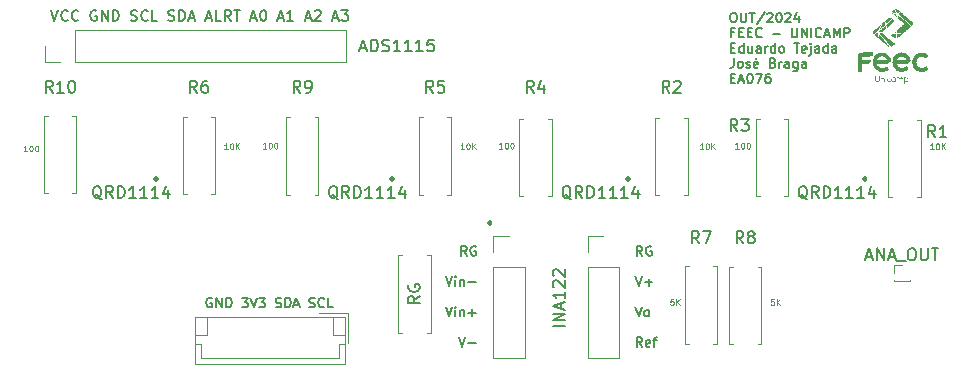
<source format=gbr>
%TF.GenerationSoftware,KiCad,Pcbnew,8.0.1*%
%TF.CreationDate,2024-10-21T16:06:20-03:00*%
%TF.ProjectId,placa_de_sensores,706c6163-615f-4646-955f-73656e736f72,rev?*%
%TF.SameCoordinates,Original*%
%TF.FileFunction,Legend,Top*%
%TF.FilePolarity,Positive*%
%FSLAX46Y46*%
G04 Gerber Fmt 4.6, Leading zero omitted, Abs format (unit mm)*
G04 Created by KiCad (PCBNEW 8.0.1) date 2024-10-21 16:06:20*
%MOMM*%
%LPD*%
G01*
G04 APERTURE LIST*
%ADD10C,0.375000*%
%ADD11C,0.150000*%
%ADD12C,0.100000*%
%ADD13C,0.200000*%
%ADD14C,0.140000*%
%ADD15C,0.120000*%
%ADD16C,0.000000*%
G04 APERTURE END LIST*
D10*
X165353852Y-64904071D02*
X165425281Y-64975500D01*
X165425281Y-64975500D02*
X165353852Y-65046928D01*
X165353852Y-65046928D02*
X165282424Y-64975500D01*
X165282424Y-64975500D02*
X165353852Y-64904071D01*
X165353852Y-64904071D02*
X165353852Y-65046928D01*
D11*
X132503445Y-62965057D02*
X132408207Y-62917438D01*
X132408207Y-62917438D02*
X132312969Y-62822200D01*
X132312969Y-62822200D02*
X132170112Y-62679342D01*
X132170112Y-62679342D02*
X132074874Y-62631723D01*
X132074874Y-62631723D02*
X131979636Y-62631723D01*
X132027255Y-62869819D02*
X131932017Y-62822200D01*
X131932017Y-62822200D02*
X131836779Y-62726961D01*
X131836779Y-62726961D02*
X131789160Y-62536485D01*
X131789160Y-62536485D02*
X131789160Y-62203152D01*
X131789160Y-62203152D02*
X131836779Y-62012676D01*
X131836779Y-62012676D02*
X131932017Y-61917438D01*
X131932017Y-61917438D02*
X132027255Y-61869819D01*
X132027255Y-61869819D02*
X132217731Y-61869819D01*
X132217731Y-61869819D02*
X132312969Y-61917438D01*
X132312969Y-61917438D02*
X132408207Y-62012676D01*
X132408207Y-62012676D02*
X132455826Y-62203152D01*
X132455826Y-62203152D02*
X132455826Y-62536485D01*
X132455826Y-62536485D02*
X132408207Y-62726961D01*
X132408207Y-62726961D02*
X132312969Y-62822200D01*
X132312969Y-62822200D02*
X132217731Y-62869819D01*
X132217731Y-62869819D02*
X132027255Y-62869819D01*
X133455826Y-62869819D02*
X133122493Y-62393628D01*
X132884398Y-62869819D02*
X132884398Y-61869819D01*
X132884398Y-61869819D02*
X133265350Y-61869819D01*
X133265350Y-61869819D02*
X133360588Y-61917438D01*
X133360588Y-61917438D02*
X133408207Y-61965057D01*
X133408207Y-61965057D02*
X133455826Y-62060295D01*
X133455826Y-62060295D02*
X133455826Y-62203152D01*
X133455826Y-62203152D02*
X133408207Y-62298390D01*
X133408207Y-62298390D02*
X133360588Y-62346009D01*
X133360588Y-62346009D02*
X133265350Y-62393628D01*
X133265350Y-62393628D02*
X132884398Y-62393628D01*
X133884398Y-62869819D02*
X133884398Y-61869819D01*
X133884398Y-61869819D02*
X134122493Y-61869819D01*
X134122493Y-61869819D02*
X134265350Y-61917438D01*
X134265350Y-61917438D02*
X134360588Y-62012676D01*
X134360588Y-62012676D02*
X134408207Y-62107914D01*
X134408207Y-62107914D02*
X134455826Y-62298390D01*
X134455826Y-62298390D02*
X134455826Y-62441247D01*
X134455826Y-62441247D02*
X134408207Y-62631723D01*
X134408207Y-62631723D02*
X134360588Y-62726961D01*
X134360588Y-62726961D02*
X134265350Y-62822200D01*
X134265350Y-62822200D02*
X134122493Y-62869819D01*
X134122493Y-62869819D02*
X133884398Y-62869819D01*
X135408207Y-62869819D02*
X134836779Y-62869819D01*
X135122493Y-62869819D02*
X135122493Y-61869819D01*
X135122493Y-61869819D02*
X135027255Y-62012676D01*
X135027255Y-62012676D02*
X134932017Y-62107914D01*
X134932017Y-62107914D02*
X134836779Y-62155533D01*
X136360588Y-62869819D02*
X135789160Y-62869819D01*
X136074874Y-62869819D02*
X136074874Y-61869819D01*
X136074874Y-61869819D02*
X135979636Y-62012676D01*
X135979636Y-62012676D02*
X135884398Y-62107914D01*
X135884398Y-62107914D02*
X135789160Y-62155533D01*
X137312969Y-62869819D02*
X136741541Y-62869819D01*
X137027255Y-62869819D02*
X137027255Y-61869819D01*
X137027255Y-61869819D02*
X136932017Y-62012676D01*
X136932017Y-62012676D02*
X136836779Y-62107914D01*
X136836779Y-62107914D02*
X136741541Y-62155533D01*
X138170112Y-62203152D02*
X138170112Y-62869819D01*
X137932017Y-61822200D02*
X137693922Y-62536485D01*
X137693922Y-62536485D02*
X138312969Y-62536485D01*
D12*
X189422931Y-71433609D02*
X189184836Y-71433609D01*
X189184836Y-71433609D02*
X189161027Y-71671704D01*
X189161027Y-71671704D02*
X189184836Y-71647895D01*
X189184836Y-71647895D02*
X189232455Y-71624085D01*
X189232455Y-71624085D02*
X189351503Y-71624085D01*
X189351503Y-71624085D02*
X189399122Y-71647895D01*
X189399122Y-71647895D02*
X189422931Y-71671704D01*
X189422931Y-71671704D02*
X189446741Y-71719323D01*
X189446741Y-71719323D02*
X189446741Y-71838371D01*
X189446741Y-71838371D02*
X189422931Y-71885990D01*
X189422931Y-71885990D02*
X189399122Y-71909800D01*
X189399122Y-71909800D02*
X189351503Y-71933609D01*
X189351503Y-71933609D02*
X189232455Y-71933609D01*
X189232455Y-71933609D02*
X189184836Y-71909800D01*
X189184836Y-71909800D02*
X189161027Y-71885990D01*
X189661026Y-71933609D02*
X189661026Y-71433609D01*
X189946740Y-71933609D02*
X189732455Y-71647895D01*
X189946740Y-71433609D02*
X189661026Y-71719323D01*
X186446741Y-58683609D02*
X186161027Y-58683609D01*
X186303884Y-58683609D02*
X186303884Y-58183609D01*
X186303884Y-58183609D02*
X186256265Y-58255038D01*
X186256265Y-58255038D02*
X186208646Y-58302657D01*
X186208646Y-58302657D02*
X186161027Y-58326466D01*
X186756264Y-58183609D02*
X186803883Y-58183609D01*
X186803883Y-58183609D02*
X186851502Y-58207419D01*
X186851502Y-58207419D02*
X186875312Y-58231228D01*
X186875312Y-58231228D02*
X186899121Y-58278847D01*
X186899121Y-58278847D02*
X186922931Y-58374085D01*
X186922931Y-58374085D02*
X186922931Y-58493133D01*
X186922931Y-58493133D02*
X186899121Y-58588371D01*
X186899121Y-58588371D02*
X186875312Y-58635990D01*
X186875312Y-58635990D02*
X186851502Y-58659800D01*
X186851502Y-58659800D02*
X186803883Y-58683609D01*
X186803883Y-58683609D02*
X186756264Y-58683609D01*
X186756264Y-58683609D02*
X186708645Y-58659800D01*
X186708645Y-58659800D02*
X186684836Y-58635990D01*
X186684836Y-58635990D02*
X186661026Y-58588371D01*
X186661026Y-58588371D02*
X186637217Y-58493133D01*
X186637217Y-58493133D02*
X186637217Y-58374085D01*
X186637217Y-58374085D02*
X186661026Y-58278847D01*
X186661026Y-58278847D02*
X186684836Y-58231228D01*
X186684836Y-58231228D02*
X186708645Y-58207419D01*
X186708645Y-58207419D02*
X186756264Y-58183609D01*
X187232454Y-58183609D02*
X187280073Y-58183609D01*
X187280073Y-58183609D02*
X187327692Y-58207419D01*
X187327692Y-58207419D02*
X187351502Y-58231228D01*
X187351502Y-58231228D02*
X187375311Y-58278847D01*
X187375311Y-58278847D02*
X187399121Y-58374085D01*
X187399121Y-58374085D02*
X187399121Y-58493133D01*
X187399121Y-58493133D02*
X187375311Y-58588371D01*
X187375311Y-58588371D02*
X187351502Y-58635990D01*
X187351502Y-58635990D02*
X187327692Y-58659800D01*
X187327692Y-58659800D02*
X187280073Y-58683609D01*
X187280073Y-58683609D02*
X187232454Y-58683609D01*
X187232454Y-58683609D02*
X187184835Y-58659800D01*
X187184835Y-58659800D02*
X187161026Y-58635990D01*
X187161026Y-58635990D02*
X187137216Y-58588371D01*
X187137216Y-58588371D02*
X187113407Y-58493133D01*
X187113407Y-58493133D02*
X187113407Y-58374085D01*
X187113407Y-58374085D02*
X187137216Y-58278847D01*
X187137216Y-58278847D02*
X187161026Y-58231228D01*
X187161026Y-58231228D02*
X187184835Y-58207419D01*
X187184835Y-58207419D02*
X187232454Y-58183609D01*
D10*
X157103852Y-61214071D02*
X157175281Y-61285500D01*
X157175281Y-61285500D02*
X157103852Y-61356928D01*
X157103852Y-61356928D02*
X157032424Y-61285500D01*
X157032424Y-61285500D02*
X157103852Y-61214071D01*
X157103852Y-61214071D02*
X157103852Y-61356928D01*
D12*
X146446741Y-58683609D02*
X146161027Y-58683609D01*
X146303884Y-58683609D02*
X146303884Y-58183609D01*
X146303884Y-58183609D02*
X146256265Y-58255038D01*
X146256265Y-58255038D02*
X146208646Y-58302657D01*
X146208646Y-58302657D02*
X146161027Y-58326466D01*
X146756264Y-58183609D02*
X146803883Y-58183609D01*
X146803883Y-58183609D02*
X146851502Y-58207419D01*
X146851502Y-58207419D02*
X146875312Y-58231228D01*
X146875312Y-58231228D02*
X146899121Y-58278847D01*
X146899121Y-58278847D02*
X146922931Y-58374085D01*
X146922931Y-58374085D02*
X146922931Y-58493133D01*
X146922931Y-58493133D02*
X146899121Y-58588371D01*
X146899121Y-58588371D02*
X146875312Y-58635990D01*
X146875312Y-58635990D02*
X146851502Y-58659800D01*
X146851502Y-58659800D02*
X146803883Y-58683609D01*
X146803883Y-58683609D02*
X146756264Y-58683609D01*
X146756264Y-58683609D02*
X146708645Y-58659800D01*
X146708645Y-58659800D02*
X146684836Y-58635990D01*
X146684836Y-58635990D02*
X146661026Y-58588371D01*
X146661026Y-58588371D02*
X146637217Y-58493133D01*
X146637217Y-58493133D02*
X146637217Y-58374085D01*
X146637217Y-58374085D02*
X146661026Y-58278847D01*
X146661026Y-58278847D02*
X146684836Y-58231228D01*
X146684836Y-58231228D02*
X146708645Y-58207419D01*
X146708645Y-58207419D02*
X146756264Y-58183609D01*
X147232454Y-58183609D02*
X147280073Y-58183609D01*
X147280073Y-58183609D02*
X147327692Y-58207419D01*
X147327692Y-58207419D02*
X147351502Y-58231228D01*
X147351502Y-58231228D02*
X147375311Y-58278847D01*
X147375311Y-58278847D02*
X147399121Y-58374085D01*
X147399121Y-58374085D02*
X147399121Y-58493133D01*
X147399121Y-58493133D02*
X147375311Y-58588371D01*
X147375311Y-58588371D02*
X147351502Y-58635990D01*
X147351502Y-58635990D02*
X147327692Y-58659800D01*
X147327692Y-58659800D02*
X147280073Y-58683609D01*
X147280073Y-58683609D02*
X147232454Y-58683609D01*
X147232454Y-58683609D02*
X147184835Y-58659800D01*
X147184835Y-58659800D02*
X147161026Y-58635990D01*
X147161026Y-58635990D02*
X147137216Y-58588371D01*
X147137216Y-58588371D02*
X147113407Y-58493133D01*
X147113407Y-58493133D02*
X147113407Y-58374085D01*
X147113407Y-58374085D02*
X147137216Y-58278847D01*
X147137216Y-58278847D02*
X147161026Y-58231228D01*
X147161026Y-58231228D02*
X147184835Y-58207419D01*
X147184835Y-58207419D02*
X147232454Y-58183609D01*
X143196741Y-58743609D02*
X142911027Y-58743609D01*
X143053884Y-58743609D02*
X143053884Y-58243609D01*
X143053884Y-58243609D02*
X143006265Y-58315038D01*
X143006265Y-58315038D02*
X142958646Y-58362657D01*
X142958646Y-58362657D02*
X142911027Y-58386466D01*
X143506264Y-58243609D02*
X143553883Y-58243609D01*
X143553883Y-58243609D02*
X143601502Y-58267419D01*
X143601502Y-58267419D02*
X143625312Y-58291228D01*
X143625312Y-58291228D02*
X143649121Y-58338847D01*
X143649121Y-58338847D02*
X143672931Y-58434085D01*
X143672931Y-58434085D02*
X143672931Y-58553133D01*
X143672931Y-58553133D02*
X143649121Y-58648371D01*
X143649121Y-58648371D02*
X143625312Y-58695990D01*
X143625312Y-58695990D02*
X143601502Y-58719800D01*
X143601502Y-58719800D02*
X143553883Y-58743609D01*
X143553883Y-58743609D02*
X143506264Y-58743609D01*
X143506264Y-58743609D02*
X143458645Y-58719800D01*
X143458645Y-58719800D02*
X143434836Y-58695990D01*
X143434836Y-58695990D02*
X143411026Y-58648371D01*
X143411026Y-58648371D02*
X143387217Y-58553133D01*
X143387217Y-58553133D02*
X143387217Y-58434085D01*
X143387217Y-58434085D02*
X143411026Y-58338847D01*
X143411026Y-58338847D02*
X143434836Y-58291228D01*
X143434836Y-58291228D02*
X143458645Y-58267419D01*
X143458645Y-58267419D02*
X143506264Y-58243609D01*
X143887216Y-58743609D02*
X143887216Y-58243609D01*
X144172930Y-58743609D02*
X143958645Y-58457895D01*
X144172930Y-58243609D02*
X143887216Y-58529323D01*
X183446741Y-58743609D02*
X183161027Y-58743609D01*
X183303884Y-58743609D02*
X183303884Y-58243609D01*
X183303884Y-58243609D02*
X183256265Y-58315038D01*
X183256265Y-58315038D02*
X183208646Y-58362657D01*
X183208646Y-58362657D02*
X183161027Y-58386466D01*
X183756264Y-58243609D02*
X183803883Y-58243609D01*
X183803883Y-58243609D02*
X183851502Y-58267419D01*
X183851502Y-58267419D02*
X183875312Y-58291228D01*
X183875312Y-58291228D02*
X183899121Y-58338847D01*
X183899121Y-58338847D02*
X183922931Y-58434085D01*
X183922931Y-58434085D02*
X183922931Y-58553133D01*
X183922931Y-58553133D02*
X183899121Y-58648371D01*
X183899121Y-58648371D02*
X183875312Y-58695990D01*
X183875312Y-58695990D02*
X183851502Y-58719800D01*
X183851502Y-58719800D02*
X183803883Y-58743609D01*
X183803883Y-58743609D02*
X183756264Y-58743609D01*
X183756264Y-58743609D02*
X183708645Y-58719800D01*
X183708645Y-58719800D02*
X183684836Y-58695990D01*
X183684836Y-58695990D02*
X183661026Y-58648371D01*
X183661026Y-58648371D02*
X183637217Y-58553133D01*
X183637217Y-58553133D02*
X183637217Y-58434085D01*
X183637217Y-58434085D02*
X183661026Y-58338847D01*
X183661026Y-58338847D02*
X183684836Y-58291228D01*
X183684836Y-58291228D02*
X183708645Y-58267419D01*
X183708645Y-58267419D02*
X183756264Y-58243609D01*
X184137216Y-58743609D02*
X184137216Y-58243609D01*
X184422930Y-58743609D02*
X184208645Y-58457895D01*
X184422930Y-58243609D02*
X184137216Y-58529323D01*
D11*
X152503445Y-62965057D02*
X152408207Y-62917438D01*
X152408207Y-62917438D02*
X152312969Y-62822200D01*
X152312969Y-62822200D02*
X152170112Y-62679342D01*
X152170112Y-62679342D02*
X152074874Y-62631723D01*
X152074874Y-62631723D02*
X151979636Y-62631723D01*
X152027255Y-62869819D02*
X151932017Y-62822200D01*
X151932017Y-62822200D02*
X151836779Y-62726961D01*
X151836779Y-62726961D02*
X151789160Y-62536485D01*
X151789160Y-62536485D02*
X151789160Y-62203152D01*
X151789160Y-62203152D02*
X151836779Y-62012676D01*
X151836779Y-62012676D02*
X151932017Y-61917438D01*
X151932017Y-61917438D02*
X152027255Y-61869819D01*
X152027255Y-61869819D02*
X152217731Y-61869819D01*
X152217731Y-61869819D02*
X152312969Y-61917438D01*
X152312969Y-61917438D02*
X152408207Y-62012676D01*
X152408207Y-62012676D02*
X152455826Y-62203152D01*
X152455826Y-62203152D02*
X152455826Y-62536485D01*
X152455826Y-62536485D02*
X152408207Y-62726961D01*
X152408207Y-62726961D02*
X152312969Y-62822200D01*
X152312969Y-62822200D02*
X152217731Y-62869819D01*
X152217731Y-62869819D02*
X152027255Y-62869819D01*
X153455826Y-62869819D02*
X153122493Y-62393628D01*
X152884398Y-62869819D02*
X152884398Y-61869819D01*
X152884398Y-61869819D02*
X153265350Y-61869819D01*
X153265350Y-61869819D02*
X153360588Y-61917438D01*
X153360588Y-61917438D02*
X153408207Y-61965057D01*
X153408207Y-61965057D02*
X153455826Y-62060295D01*
X153455826Y-62060295D02*
X153455826Y-62203152D01*
X153455826Y-62203152D02*
X153408207Y-62298390D01*
X153408207Y-62298390D02*
X153360588Y-62346009D01*
X153360588Y-62346009D02*
X153265350Y-62393628D01*
X153265350Y-62393628D02*
X152884398Y-62393628D01*
X153884398Y-62869819D02*
X153884398Y-61869819D01*
X153884398Y-61869819D02*
X154122493Y-61869819D01*
X154122493Y-61869819D02*
X154265350Y-61917438D01*
X154265350Y-61917438D02*
X154360588Y-62012676D01*
X154360588Y-62012676D02*
X154408207Y-62107914D01*
X154408207Y-62107914D02*
X154455826Y-62298390D01*
X154455826Y-62298390D02*
X154455826Y-62441247D01*
X154455826Y-62441247D02*
X154408207Y-62631723D01*
X154408207Y-62631723D02*
X154360588Y-62726961D01*
X154360588Y-62726961D02*
X154265350Y-62822200D01*
X154265350Y-62822200D02*
X154122493Y-62869819D01*
X154122493Y-62869819D02*
X153884398Y-62869819D01*
X155408207Y-62869819D02*
X154836779Y-62869819D01*
X155122493Y-62869819D02*
X155122493Y-61869819D01*
X155122493Y-61869819D02*
X155027255Y-62012676D01*
X155027255Y-62012676D02*
X154932017Y-62107914D01*
X154932017Y-62107914D02*
X154836779Y-62155533D01*
X156360588Y-62869819D02*
X155789160Y-62869819D01*
X156074874Y-62869819D02*
X156074874Y-61869819D01*
X156074874Y-61869819D02*
X155979636Y-62012676D01*
X155979636Y-62012676D02*
X155884398Y-62107914D01*
X155884398Y-62107914D02*
X155789160Y-62155533D01*
X157312969Y-62869819D02*
X156741541Y-62869819D01*
X157027255Y-62869819D02*
X157027255Y-61869819D01*
X157027255Y-61869819D02*
X156932017Y-62012676D01*
X156932017Y-62012676D02*
X156836779Y-62107914D01*
X156836779Y-62107914D02*
X156741541Y-62155533D01*
X158170112Y-62203152D02*
X158170112Y-62869819D01*
X157932017Y-61822200D02*
X157693922Y-62536485D01*
X157693922Y-62536485D02*
X158312969Y-62536485D01*
X185941541Y-47192475D02*
X186093922Y-47192475D01*
X186093922Y-47192475D02*
X186170112Y-47230570D01*
X186170112Y-47230570D02*
X186246303Y-47306760D01*
X186246303Y-47306760D02*
X186284398Y-47459141D01*
X186284398Y-47459141D02*
X186284398Y-47725808D01*
X186284398Y-47725808D02*
X186246303Y-47878189D01*
X186246303Y-47878189D02*
X186170112Y-47954380D01*
X186170112Y-47954380D02*
X186093922Y-47992475D01*
X186093922Y-47992475D02*
X185941541Y-47992475D01*
X185941541Y-47992475D02*
X185865350Y-47954380D01*
X185865350Y-47954380D02*
X185789160Y-47878189D01*
X185789160Y-47878189D02*
X185751064Y-47725808D01*
X185751064Y-47725808D02*
X185751064Y-47459141D01*
X185751064Y-47459141D02*
X185789160Y-47306760D01*
X185789160Y-47306760D02*
X185865350Y-47230570D01*
X185865350Y-47230570D02*
X185941541Y-47192475D01*
X186627255Y-47192475D02*
X186627255Y-47840094D01*
X186627255Y-47840094D02*
X186665350Y-47916284D01*
X186665350Y-47916284D02*
X186703445Y-47954380D01*
X186703445Y-47954380D02*
X186779636Y-47992475D01*
X186779636Y-47992475D02*
X186932017Y-47992475D01*
X186932017Y-47992475D02*
X187008207Y-47954380D01*
X187008207Y-47954380D02*
X187046302Y-47916284D01*
X187046302Y-47916284D02*
X187084398Y-47840094D01*
X187084398Y-47840094D02*
X187084398Y-47192475D01*
X187351064Y-47192475D02*
X187808207Y-47192475D01*
X187579635Y-47992475D02*
X187579635Y-47192475D01*
X188646302Y-47154380D02*
X187960588Y-48182951D01*
X188874873Y-47268665D02*
X188912969Y-47230570D01*
X188912969Y-47230570D02*
X188989159Y-47192475D01*
X188989159Y-47192475D02*
X189179635Y-47192475D01*
X189179635Y-47192475D02*
X189255826Y-47230570D01*
X189255826Y-47230570D02*
X189293921Y-47268665D01*
X189293921Y-47268665D02*
X189332016Y-47344856D01*
X189332016Y-47344856D02*
X189332016Y-47421046D01*
X189332016Y-47421046D02*
X189293921Y-47535332D01*
X189293921Y-47535332D02*
X188836778Y-47992475D01*
X188836778Y-47992475D02*
X189332016Y-47992475D01*
X189827255Y-47192475D02*
X189903445Y-47192475D01*
X189903445Y-47192475D02*
X189979636Y-47230570D01*
X189979636Y-47230570D02*
X190017731Y-47268665D01*
X190017731Y-47268665D02*
X190055826Y-47344856D01*
X190055826Y-47344856D02*
X190093921Y-47497237D01*
X190093921Y-47497237D02*
X190093921Y-47687713D01*
X190093921Y-47687713D02*
X190055826Y-47840094D01*
X190055826Y-47840094D02*
X190017731Y-47916284D01*
X190017731Y-47916284D02*
X189979636Y-47954380D01*
X189979636Y-47954380D02*
X189903445Y-47992475D01*
X189903445Y-47992475D02*
X189827255Y-47992475D01*
X189827255Y-47992475D02*
X189751064Y-47954380D01*
X189751064Y-47954380D02*
X189712969Y-47916284D01*
X189712969Y-47916284D02*
X189674874Y-47840094D01*
X189674874Y-47840094D02*
X189636778Y-47687713D01*
X189636778Y-47687713D02*
X189636778Y-47497237D01*
X189636778Y-47497237D02*
X189674874Y-47344856D01*
X189674874Y-47344856D02*
X189712969Y-47268665D01*
X189712969Y-47268665D02*
X189751064Y-47230570D01*
X189751064Y-47230570D02*
X189827255Y-47192475D01*
X190398683Y-47268665D02*
X190436779Y-47230570D01*
X190436779Y-47230570D02*
X190512969Y-47192475D01*
X190512969Y-47192475D02*
X190703445Y-47192475D01*
X190703445Y-47192475D02*
X190779636Y-47230570D01*
X190779636Y-47230570D02*
X190817731Y-47268665D01*
X190817731Y-47268665D02*
X190855826Y-47344856D01*
X190855826Y-47344856D02*
X190855826Y-47421046D01*
X190855826Y-47421046D02*
X190817731Y-47535332D01*
X190817731Y-47535332D02*
X190360588Y-47992475D01*
X190360588Y-47992475D02*
X190855826Y-47992475D01*
X191541541Y-47459141D02*
X191541541Y-47992475D01*
X191351065Y-47154380D02*
X191160588Y-47725808D01*
X191160588Y-47725808D02*
X191655827Y-47725808D01*
X186055826Y-48861382D02*
X185789160Y-48861382D01*
X185789160Y-49280430D02*
X185789160Y-48480430D01*
X185789160Y-48480430D02*
X186170112Y-48480430D01*
X186474874Y-48861382D02*
X186741540Y-48861382D01*
X186855826Y-49280430D02*
X186474874Y-49280430D01*
X186474874Y-49280430D02*
X186474874Y-48480430D01*
X186474874Y-48480430D02*
X186855826Y-48480430D01*
X187198684Y-48861382D02*
X187465350Y-48861382D01*
X187579636Y-49280430D02*
X187198684Y-49280430D01*
X187198684Y-49280430D02*
X187198684Y-48480430D01*
X187198684Y-48480430D02*
X187579636Y-48480430D01*
X188379637Y-49204239D02*
X188341541Y-49242335D01*
X188341541Y-49242335D02*
X188227256Y-49280430D01*
X188227256Y-49280430D02*
X188151065Y-49280430D01*
X188151065Y-49280430D02*
X188036779Y-49242335D01*
X188036779Y-49242335D02*
X187960589Y-49166144D01*
X187960589Y-49166144D02*
X187922494Y-49089954D01*
X187922494Y-49089954D02*
X187884398Y-48937573D01*
X187884398Y-48937573D02*
X187884398Y-48823287D01*
X187884398Y-48823287D02*
X187922494Y-48670906D01*
X187922494Y-48670906D02*
X187960589Y-48594715D01*
X187960589Y-48594715D02*
X188036779Y-48518525D01*
X188036779Y-48518525D02*
X188151065Y-48480430D01*
X188151065Y-48480430D02*
X188227256Y-48480430D01*
X188227256Y-48480430D02*
X188341541Y-48518525D01*
X188341541Y-48518525D02*
X188379637Y-48556620D01*
X189332018Y-48975668D02*
X189941542Y-48975668D01*
X190932018Y-48480430D02*
X190932018Y-49128049D01*
X190932018Y-49128049D02*
X190970113Y-49204239D01*
X190970113Y-49204239D02*
X191008208Y-49242335D01*
X191008208Y-49242335D02*
X191084399Y-49280430D01*
X191084399Y-49280430D02*
X191236780Y-49280430D01*
X191236780Y-49280430D02*
X191312970Y-49242335D01*
X191312970Y-49242335D02*
X191351065Y-49204239D01*
X191351065Y-49204239D02*
X191389161Y-49128049D01*
X191389161Y-49128049D02*
X191389161Y-48480430D01*
X191770113Y-49280430D02*
X191770113Y-48480430D01*
X191770113Y-48480430D02*
X192227256Y-49280430D01*
X192227256Y-49280430D02*
X192227256Y-48480430D01*
X192608208Y-49280430D02*
X192608208Y-48480430D01*
X193446303Y-49204239D02*
X193408207Y-49242335D01*
X193408207Y-49242335D02*
X193293922Y-49280430D01*
X193293922Y-49280430D02*
X193217731Y-49280430D01*
X193217731Y-49280430D02*
X193103445Y-49242335D01*
X193103445Y-49242335D02*
X193027255Y-49166144D01*
X193027255Y-49166144D02*
X192989160Y-49089954D01*
X192989160Y-49089954D02*
X192951064Y-48937573D01*
X192951064Y-48937573D02*
X192951064Y-48823287D01*
X192951064Y-48823287D02*
X192989160Y-48670906D01*
X192989160Y-48670906D02*
X193027255Y-48594715D01*
X193027255Y-48594715D02*
X193103445Y-48518525D01*
X193103445Y-48518525D02*
X193217731Y-48480430D01*
X193217731Y-48480430D02*
X193293922Y-48480430D01*
X193293922Y-48480430D02*
X193408207Y-48518525D01*
X193408207Y-48518525D02*
X193446303Y-48556620D01*
X193751064Y-49051858D02*
X194132017Y-49051858D01*
X193674874Y-49280430D02*
X193941541Y-48480430D01*
X193941541Y-48480430D02*
X194208207Y-49280430D01*
X194474874Y-49280430D02*
X194474874Y-48480430D01*
X194474874Y-48480430D02*
X194741540Y-49051858D01*
X194741540Y-49051858D02*
X195008207Y-48480430D01*
X195008207Y-48480430D02*
X195008207Y-49280430D01*
X195389160Y-49280430D02*
X195389160Y-48480430D01*
X195389160Y-48480430D02*
X195693922Y-48480430D01*
X195693922Y-48480430D02*
X195770112Y-48518525D01*
X195770112Y-48518525D02*
X195808207Y-48556620D01*
X195808207Y-48556620D02*
X195846303Y-48632811D01*
X195846303Y-48632811D02*
X195846303Y-48747096D01*
X195846303Y-48747096D02*
X195808207Y-48823287D01*
X195808207Y-48823287D02*
X195770112Y-48861382D01*
X195770112Y-48861382D02*
X195693922Y-48899477D01*
X195693922Y-48899477D02*
X195389160Y-48899477D01*
X185789160Y-50149337D02*
X186055826Y-50149337D01*
X186170112Y-50568385D02*
X185789160Y-50568385D01*
X185789160Y-50568385D02*
X185789160Y-49768385D01*
X185789160Y-49768385D02*
X186170112Y-49768385D01*
X186855827Y-50568385D02*
X186855827Y-49768385D01*
X186855827Y-50530290D02*
X186779636Y-50568385D01*
X186779636Y-50568385D02*
X186627255Y-50568385D01*
X186627255Y-50568385D02*
X186551065Y-50530290D01*
X186551065Y-50530290D02*
X186512970Y-50492194D01*
X186512970Y-50492194D02*
X186474874Y-50416004D01*
X186474874Y-50416004D02*
X186474874Y-50187432D01*
X186474874Y-50187432D02*
X186512970Y-50111242D01*
X186512970Y-50111242D02*
X186551065Y-50073147D01*
X186551065Y-50073147D02*
X186627255Y-50035051D01*
X186627255Y-50035051D02*
X186779636Y-50035051D01*
X186779636Y-50035051D02*
X186855827Y-50073147D01*
X187579637Y-50035051D02*
X187579637Y-50568385D01*
X187236780Y-50035051D02*
X187236780Y-50454099D01*
X187236780Y-50454099D02*
X187274875Y-50530290D01*
X187274875Y-50530290D02*
X187351065Y-50568385D01*
X187351065Y-50568385D02*
X187465351Y-50568385D01*
X187465351Y-50568385D02*
X187541542Y-50530290D01*
X187541542Y-50530290D02*
X187579637Y-50492194D01*
X188303447Y-50568385D02*
X188303447Y-50149337D01*
X188303447Y-50149337D02*
X188265352Y-50073147D01*
X188265352Y-50073147D02*
X188189161Y-50035051D01*
X188189161Y-50035051D02*
X188036780Y-50035051D01*
X188036780Y-50035051D02*
X187960590Y-50073147D01*
X188303447Y-50530290D02*
X188227256Y-50568385D01*
X188227256Y-50568385D02*
X188036780Y-50568385D01*
X188036780Y-50568385D02*
X187960590Y-50530290D01*
X187960590Y-50530290D02*
X187922494Y-50454099D01*
X187922494Y-50454099D02*
X187922494Y-50377909D01*
X187922494Y-50377909D02*
X187960590Y-50301718D01*
X187960590Y-50301718D02*
X188036780Y-50263623D01*
X188036780Y-50263623D02*
X188227256Y-50263623D01*
X188227256Y-50263623D02*
X188303447Y-50225528D01*
X188684400Y-50568385D02*
X188684400Y-50035051D01*
X188684400Y-50187432D02*
X188722495Y-50111242D01*
X188722495Y-50111242D02*
X188760590Y-50073147D01*
X188760590Y-50073147D02*
X188836781Y-50035051D01*
X188836781Y-50035051D02*
X188912971Y-50035051D01*
X189522495Y-50568385D02*
X189522495Y-49768385D01*
X189522495Y-50530290D02*
X189446304Y-50568385D01*
X189446304Y-50568385D02*
X189293923Y-50568385D01*
X189293923Y-50568385D02*
X189217733Y-50530290D01*
X189217733Y-50530290D02*
X189179638Y-50492194D01*
X189179638Y-50492194D02*
X189141542Y-50416004D01*
X189141542Y-50416004D02*
X189141542Y-50187432D01*
X189141542Y-50187432D02*
X189179638Y-50111242D01*
X189179638Y-50111242D02*
X189217733Y-50073147D01*
X189217733Y-50073147D02*
X189293923Y-50035051D01*
X189293923Y-50035051D02*
X189446304Y-50035051D01*
X189446304Y-50035051D02*
X189522495Y-50073147D01*
X190017733Y-50568385D02*
X189941543Y-50530290D01*
X189941543Y-50530290D02*
X189903448Y-50492194D01*
X189903448Y-50492194D02*
X189865352Y-50416004D01*
X189865352Y-50416004D02*
X189865352Y-50187432D01*
X189865352Y-50187432D02*
X189903448Y-50111242D01*
X189903448Y-50111242D02*
X189941543Y-50073147D01*
X189941543Y-50073147D02*
X190017733Y-50035051D01*
X190017733Y-50035051D02*
X190132019Y-50035051D01*
X190132019Y-50035051D02*
X190208210Y-50073147D01*
X190208210Y-50073147D02*
X190246305Y-50111242D01*
X190246305Y-50111242D02*
X190284400Y-50187432D01*
X190284400Y-50187432D02*
X190284400Y-50416004D01*
X190284400Y-50416004D02*
X190246305Y-50492194D01*
X190246305Y-50492194D02*
X190208210Y-50530290D01*
X190208210Y-50530290D02*
X190132019Y-50568385D01*
X190132019Y-50568385D02*
X190017733Y-50568385D01*
X191122496Y-49768385D02*
X191579639Y-49768385D01*
X191351067Y-50568385D02*
X191351067Y-49768385D01*
X192151068Y-50530290D02*
X192074877Y-50568385D01*
X192074877Y-50568385D02*
X191922496Y-50568385D01*
X191922496Y-50568385D02*
X191846306Y-50530290D01*
X191846306Y-50530290D02*
X191808210Y-50454099D01*
X191808210Y-50454099D02*
X191808210Y-50149337D01*
X191808210Y-50149337D02*
X191846306Y-50073147D01*
X191846306Y-50073147D02*
X191922496Y-50035051D01*
X191922496Y-50035051D02*
X192074877Y-50035051D01*
X192074877Y-50035051D02*
X192151068Y-50073147D01*
X192151068Y-50073147D02*
X192189163Y-50149337D01*
X192189163Y-50149337D02*
X192189163Y-50225528D01*
X192189163Y-50225528D02*
X191808210Y-50301718D01*
X192532020Y-50035051D02*
X192532020Y-50720766D01*
X192532020Y-50720766D02*
X192493924Y-50796956D01*
X192493924Y-50796956D02*
X192417734Y-50835051D01*
X192417734Y-50835051D02*
X192379639Y-50835051D01*
X192532020Y-49768385D02*
X192493924Y-49806480D01*
X192493924Y-49806480D02*
X192532020Y-49844575D01*
X192532020Y-49844575D02*
X192570115Y-49806480D01*
X192570115Y-49806480D02*
X192532020Y-49768385D01*
X192532020Y-49768385D02*
X192532020Y-49844575D01*
X193255829Y-50568385D02*
X193255829Y-50149337D01*
X193255829Y-50149337D02*
X193217734Y-50073147D01*
X193217734Y-50073147D02*
X193141543Y-50035051D01*
X193141543Y-50035051D02*
X192989162Y-50035051D01*
X192989162Y-50035051D02*
X192912972Y-50073147D01*
X193255829Y-50530290D02*
X193179638Y-50568385D01*
X193179638Y-50568385D02*
X192989162Y-50568385D01*
X192989162Y-50568385D02*
X192912972Y-50530290D01*
X192912972Y-50530290D02*
X192874876Y-50454099D01*
X192874876Y-50454099D02*
X192874876Y-50377909D01*
X192874876Y-50377909D02*
X192912972Y-50301718D01*
X192912972Y-50301718D02*
X192989162Y-50263623D01*
X192989162Y-50263623D02*
X193179638Y-50263623D01*
X193179638Y-50263623D02*
X193255829Y-50225528D01*
X193979639Y-50568385D02*
X193979639Y-49768385D01*
X193979639Y-50530290D02*
X193903448Y-50568385D01*
X193903448Y-50568385D02*
X193751067Y-50568385D01*
X193751067Y-50568385D02*
X193674877Y-50530290D01*
X193674877Y-50530290D02*
X193636782Y-50492194D01*
X193636782Y-50492194D02*
X193598686Y-50416004D01*
X193598686Y-50416004D02*
X193598686Y-50187432D01*
X193598686Y-50187432D02*
X193636782Y-50111242D01*
X193636782Y-50111242D02*
X193674877Y-50073147D01*
X193674877Y-50073147D02*
X193751067Y-50035051D01*
X193751067Y-50035051D02*
X193903448Y-50035051D01*
X193903448Y-50035051D02*
X193979639Y-50073147D01*
X194703449Y-50568385D02*
X194703449Y-50149337D01*
X194703449Y-50149337D02*
X194665354Y-50073147D01*
X194665354Y-50073147D02*
X194589163Y-50035051D01*
X194589163Y-50035051D02*
X194436782Y-50035051D01*
X194436782Y-50035051D02*
X194360592Y-50073147D01*
X194703449Y-50530290D02*
X194627258Y-50568385D01*
X194627258Y-50568385D02*
X194436782Y-50568385D01*
X194436782Y-50568385D02*
X194360592Y-50530290D01*
X194360592Y-50530290D02*
X194322496Y-50454099D01*
X194322496Y-50454099D02*
X194322496Y-50377909D01*
X194322496Y-50377909D02*
X194360592Y-50301718D01*
X194360592Y-50301718D02*
X194436782Y-50263623D01*
X194436782Y-50263623D02*
X194627258Y-50263623D01*
X194627258Y-50263623D02*
X194703449Y-50225528D01*
X186017731Y-51056340D02*
X186017731Y-51627768D01*
X186017731Y-51627768D02*
X185979636Y-51742054D01*
X185979636Y-51742054D02*
X185903445Y-51818245D01*
X185903445Y-51818245D02*
X185789160Y-51856340D01*
X185789160Y-51856340D02*
X185712969Y-51856340D01*
X186512969Y-51856340D02*
X186436779Y-51818245D01*
X186436779Y-51818245D02*
X186398684Y-51780149D01*
X186398684Y-51780149D02*
X186360588Y-51703959D01*
X186360588Y-51703959D02*
X186360588Y-51475387D01*
X186360588Y-51475387D02*
X186398684Y-51399197D01*
X186398684Y-51399197D02*
X186436779Y-51361102D01*
X186436779Y-51361102D02*
X186512969Y-51323006D01*
X186512969Y-51323006D02*
X186627255Y-51323006D01*
X186627255Y-51323006D02*
X186703446Y-51361102D01*
X186703446Y-51361102D02*
X186741541Y-51399197D01*
X186741541Y-51399197D02*
X186779636Y-51475387D01*
X186779636Y-51475387D02*
X186779636Y-51703959D01*
X186779636Y-51703959D02*
X186741541Y-51780149D01*
X186741541Y-51780149D02*
X186703446Y-51818245D01*
X186703446Y-51818245D02*
X186627255Y-51856340D01*
X186627255Y-51856340D02*
X186512969Y-51856340D01*
X187084398Y-51818245D02*
X187160589Y-51856340D01*
X187160589Y-51856340D02*
X187312970Y-51856340D01*
X187312970Y-51856340D02*
X187389160Y-51818245D01*
X187389160Y-51818245D02*
X187427256Y-51742054D01*
X187427256Y-51742054D02*
X187427256Y-51703959D01*
X187427256Y-51703959D02*
X187389160Y-51627768D01*
X187389160Y-51627768D02*
X187312970Y-51589673D01*
X187312970Y-51589673D02*
X187198684Y-51589673D01*
X187198684Y-51589673D02*
X187122494Y-51551578D01*
X187122494Y-51551578D02*
X187084398Y-51475387D01*
X187084398Y-51475387D02*
X187084398Y-51437292D01*
X187084398Y-51437292D02*
X187122494Y-51361102D01*
X187122494Y-51361102D02*
X187198684Y-51323006D01*
X187198684Y-51323006D02*
X187312970Y-51323006D01*
X187312970Y-51323006D02*
X187389160Y-51361102D01*
X188074875Y-51818245D02*
X187998684Y-51856340D01*
X187998684Y-51856340D02*
X187846303Y-51856340D01*
X187846303Y-51856340D02*
X187770113Y-51818245D01*
X187770113Y-51818245D02*
X187732017Y-51742054D01*
X187732017Y-51742054D02*
X187732017Y-51437292D01*
X187732017Y-51437292D02*
X187770113Y-51361102D01*
X187770113Y-51361102D02*
X187846303Y-51323006D01*
X187846303Y-51323006D02*
X187998684Y-51323006D01*
X187998684Y-51323006D02*
X188074875Y-51361102D01*
X188074875Y-51361102D02*
X188112970Y-51437292D01*
X188112970Y-51437292D02*
X188112970Y-51513483D01*
X188112970Y-51513483D02*
X187732017Y-51589673D01*
X187998684Y-51018245D02*
X187884398Y-51132530D01*
X189332017Y-51437292D02*
X189446303Y-51475387D01*
X189446303Y-51475387D02*
X189484398Y-51513483D01*
X189484398Y-51513483D02*
X189522494Y-51589673D01*
X189522494Y-51589673D02*
X189522494Y-51703959D01*
X189522494Y-51703959D02*
X189484398Y-51780149D01*
X189484398Y-51780149D02*
X189446303Y-51818245D01*
X189446303Y-51818245D02*
X189370113Y-51856340D01*
X189370113Y-51856340D02*
X189065351Y-51856340D01*
X189065351Y-51856340D02*
X189065351Y-51056340D01*
X189065351Y-51056340D02*
X189332017Y-51056340D01*
X189332017Y-51056340D02*
X189408208Y-51094435D01*
X189408208Y-51094435D02*
X189446303Y-51132530D01*
X189446303Y-51132530D02*
X189484398Y-51208721D01*
X189484398Y-51208721D02*
X189484398Y-51284911D01*
X189484398Y-51284911D02*
X189446303Y-51361102D01*
X189446303Y-51361102D02*
X189408208Y-51399197D01*
X189408208Y-51399197D02*
X189332017Y-51437292D01*
X189332017Y-51437292D02*
X189065351Y-51437292D01*
X189865351Y-51856340D02*
X189865351Y-51323006D01*
X189865351Y-51475387D02*
X189903446Y-51399197D01*
X189903446Y-51399197D02*
X189941541Y-51361102D01*
X189941541Y-51361102D02*
X190017732Y-51323006D01*
X190017732Y-51323006D02*
X190093922Y-51323006D01*
X190703446Y-51856340D02*
X190703446Y-51437292D01*
X190703446Y-51437292D02*
X190665351Y-51361102D01*
X190665351Y-51361102D02*
X190589160Y-51323006D01*
X190589160Y-51323006D02*
X190436779Y-51323006D01*
X190436779Y-51323006D02*
X190360589Y-51361102D01*
X190703446Y-51818245D02*
X190627255Y-51856340D01*
X190627255Y-51856340D02*
X190436779Y-51856340D01*
X190436779Y-51856340D02*
X190360589Y-51818245D01*
X190360589Y-51818245D02*
X190322493Y-51742054D01*
X190322493Y-51742054D02*
X190322493Y-51665864D01*
X190322493Y-51665864D02*
X190360589Y-51589673D01*
X190360589Y-51589673D02*
X190436779Y-51551578D01*
X190436779Y-51551578D02*
X190627255Y-51551578D01*
X190627255Y-51551578D02*
X190703446Y-51513483D01*
X191427256Y-51323006D02*
X191427256Y-51970625D01*
X191427256Y-51970625D02*
X191389161Y-52046816D01*
X191389161Y-52046816D02*
X191351065Y-52084911D01*
X191351065Y-52084911D02*
X191274875Y-52123006D01*
X191274875Y-52123006D02*
X191160589Y-52123006D01*
X191160589Y-52123006D02*
X191084399Y-52084911D01*
X191427256Y-51818245D02*
X191351065Y-51856340D01*
X191351065Y-51856340D02*
X191198684Y-51856340D01*
X191198684Y-51856340D02*
X191122494Y-51818245D01*
X191122494Y-51818245D02*
X191084399Y-51780149D01*
X191084399Y-51780149D02*
X191046303Y-51703959D01*
X191046303Y-51703959D02*
X191046303Y-51475387D01*
X191046303Y-51475387D02*
X191084399Y-51399197D01*
X191084399Y-51399197D02*
X191122494Y-51361102D01*
X191122494Y-51361102D02*
X191198684Y-51323006D01*
X191198684Y-51323006D02*
X191351065Y-51323006D01*
X191351065Y-51323006D02*
X191427256Y-51361102D01*
X192151066Y-51856340D02*
X192151066Y-51437292D01*
X192151066Y-51437292D02*
X192112971Y-51361102D01*
X192112971Y-51361102D02*
X192036780Y-51323006D01*
X192036780Y-51323006D02*
X191884399Y-51323006D01*
X191884399Y-51323006D02*
X191808209Y-51361102D01*
X192151066Y-51818245D02*
X192074875Y-51856340D01*
X192074875Y-51856340D02*
X191884399Y-51856340D01*
X191884399Y-51856340D02*
X191808209Y-51818245D01*
X191808209Y-51818245D02*
X191770113Y-51742054D01*
X191770113Y-51742054D02*
X191770113Y-51665864D01*
X191770113Y-51665864D02*
X191808209Y-51589673D01*
X191808209Y-51589673D02*
X191884399Y-51551578D01*
X191884399Y-51551578D02*
X192074875Y-51551578D01*
X192074875Y-51551578D02*
X192151066Y-51513483D01*
X185789160Y-52725247D02*
X186055826Y-52725247D01*
X186170112Y-53144295D02*
X185789160Y-53144295D01*
X185789160Y-53144295D02*
X185789160Y-52344295D01*
X185789160Y-52344295D02*
X186170112Y-52344295D01*
X186474874Y-52915723D02*
X186855827Y-52915723D01*
X186398684Y-53144295D02*
X186665351Y-52344295D01*
X186665351Y-52344295D02*
X186932017Y-53144295D01*
X187351065Y-52344295D02*
X187427255Y-52344295D01*
X187427255Y-52344295D02*
X187503446Y-52382390D01*
X187503446Y-52382390D02*
X187541541Y-52420485D01*
X187541541Y-52420485D02*
X187579636Y-52496676D01*
X187579636Y-52496676D02*
X187617731Y-52649057D01*
X187617731Y-52649057D02*
X187617731Y-52839533D01*
X187617731Y-52839533D02*
X187579636Y-52991914D01*
X187579636Y-52991914D02*
X187541541Y-53068104D01*
X187541541Y-53068104D02*
X187503446Y-53106200D01*
X187503446Y-53106200D02*
X187427255Y-53144295D01*
X187427255Y-53144295D02*
X187351065Y-53144295D01*
X187351065Y-53144295D02*
X187274874Y-53106200D01*
X187274874Y-53106200D02*
X187236779Y-53068104D01*
X187236779Y-53068104D02*
X187198684Y-52991914D01*
X187198684Y-52991914D02*
X187160588Y-52839533D01*
X187160588Y-52839533D02*
X187160588Y-52649057D01*
X187160588Y-52649057D02*
X187198684Y-52496676D01*
X187198684Y-52496676D02*
X187236779Y-52420485D01*
X187236779Y-52420485D02*
X187274874Y-52382390D01*
X187274874Y-52382390D02*
X187351065Y-52344295D01*
X187884398Y-52344295D02*
X188417732Y-52344295D01*
X188417732Y-52344295D02*
X188074874Y-53144295D01*
X189065351Y-52344295D02*
X188912970Y-52344295D01*
X188912970Y-52344295D02*
X188836779Y-52382390D01*
X188836779Y-52382390D02*
X188798684Y-52420485D01*
X188798684Y-52420485D02*
X188722494Y-52534771D01*
X188722494Y-52534771D02*
X188684398Y-52687152D01*
X188684398Y-52687152D02*
X188684398Y-52991914D01*
X188684398Y-52991914D02*
X188722494Y-53068104D01*
X188722494Y-53068104D02*
X188760589Y-53106200D01*
X188760589Y-53106200D02*
X188836779Y-53144295D01*
X188836779Y-53144295D02*
X188989160Y-53144295D01*
X188989160Y-53144295D02*
X189065351Y-53106200D01*
X189065351Y-53106200D02*
X189103446Y-53068104D01*
X189103446Y-53068104D02*
X189141541Y-52991914D01*
X189141541Y-52991914D02*
X189141541Y-52801438D01*
X189141541Y-52801438D02*
X189103446Y-52725247D01*
X189103446Y-52725247D02*
X189065351Y-52687152D01*
X189065351Y-52687152D02*
X188989160Y-52649057D01*
X188989160Y-52649057D02*
X188836779Y-52649057D01*
X188836779Y-52649057D02*
X188760589Y-52687152D01*
X188760589Y-52687152D02*
X188722494Y-52725247D01*
X188722494Y-52725247D02*
X188684398Y-52801438D01*
D13*
X178279197Y-67743965D02*
X178012530Y-67363012D01*
X177822054Y-67743965D02*
X177822054Y-66943965D01*
X177822054Y-66943965D02*
X178126816Y-66943965D01*
X178126816Y-66943965D02*
X178203006Y-66982060D01*
X178203006Y-66982060D02*
X178241101Y-67020155D01*
X178241101Y-67020155D02*
X178279197Y-67096346D01*
X178279197Y-67096346D02*
X178279197Y-67210631D01*
X178279197Y-67210631D02*
X178241101Y-67286822D01*
X178241101Y-67286822D02*
X178203006Y-67324917D01*
X178203006Y-67324917D02*
X178126816Y-67363012D01*
X178126816Y-67363012D02*
X177822054Y-67363012D01*
X179041101Y-66982060D02*
X178964911Y-66943965D01*
X178964911Y-66943965D02*
X178850625Y-66943965D01*
X178850625Y-66943965D02*
X178736339Y-66982060D01*
X178736339Y-66982060D02*
X178660149Y-67058250D01*
X178660149Y-67058250D02*
X178622054Y-67134441D01*
X178622054Y-67134441D02*
X178583958Y-67286822D01*
X178583958Y-67286822D02*
X178583958Y-67401108D01*
X178583958Y-67401108D02*
X178622054Y-67553489D01*
X178622054Y-67553489D02*
X178660149Y-67629679D01*
X178660149Y-67629679D02*
X178736339Y-67705870D01*
X178736339Y-67705870D02*
X178850625Y-67743965D01*
X178850625Y-67743965D02*
X178926816Y-67743965D01*
X178926816Y-67743965D02*
X179041101Y-67705870D01*
X179041101Y-67705870D02*
X179079197Y-67667774D01*
X179079197Y-67667774D02*
X179079197Y-67401108D01*
X179079197Y-67401108D02*
X178926816Y-67401108D01*
X177707768Y-69519875D02*
X177974435Y-70319875D01*
X177974435Y-70319875D02*
X178241101Y-69519875D01*
X178507768Y-70015113D02*
X179117292Y-70015113D01*
X178812530Y-70319875D02*
X178812530Y-69710351D01*
X177707768Y-72095785D02*
X177974435Y-72895785D01*
X177974435Y-72895785D02*
X178241101Y-72095785D01*
X178622053Y-72895785D02*
X178545863Y-72857690D01*
X178545863Y-72857690D02*
X178507768Y-72819594D01*
X178507768Y-72819594D02*
X178469672Y-72743404D01*
X178469672Y-72743404D02*
X178469672Y-72514832D01*
X178469672Y-72514832D02*
X178507768Y-72438642D01*
X178507768Y-72438642D02*
X178545863Y-72400547D01*
X178545863Y-72400547D02*
X178622053Y-72362451D01*
X178622053Y-72362451D02*
X178736339Y-72362451D01*
X178736339Y-72362451D02*
X178812530Y-72400547D01*
X178812530Y-72400547D02*
X178850625Y-72438642D01*
X178850625Y-72438642D02*
X178888720Y-72514832D01*
X178888720Y-72514832D02*
X178888720Y-72743404D01*
X178888720Y-72743404D02*
X178850625Y-72819594D01*
X178850625Y-72819594D02*
X178812530Y-72857690D01*
X178812530Y-72857690D02*
X178736339Y-72895785D01*
X178736339Y-72895785D02*
X178622053Y-72895785D01*
X178279197Y-75471695D02*
X178012530Y-75090742D01*
X177822054Y-75471695D02*
X177822054Y-74671695D01*
X177822054Y-74671695D02*
X178126816Y-74671695D01*
X178126816Y-74671695D02*
X178203006Y-74709790D01*
X178203006Y-74709790D02*
X178241101Y-74747885D01*
X178241101Y-74747885D02*
X178279197Y-74824076D01*
X178279197Y-74824076D02*
X178279197Y-74938361D01*
X178279197Y-74938361D02*
X178241101Y-75014552D01*
X178241101Y-75014552D02*
X178203006Y-75052647D01*
X178203006Y-75052647D02*
X178126816Y-75090742D01*
X178126816Y-75090742D02*
X177822054Y-75090742D01*
X178926816Y-75433600D02*
X178850625Y-75471695D01*
X178850625Y-75471695D02*
X178698244Y-75471695D01*
X178698244Y-75471695D02*
X178622054Y-75433600D01*
X178622054Y-75433600D02*
X178583958Y-75357409D01*
X178583958Y-75357409D02*
X178583958Y-75052647D01*
X178583958Y-75052647D02*
X178622054Y-74976457D01*
X178622054Y-74976457D02*
X178698244Y-74938361D01*
X178698244Y-74938361D02*
X178850625Y-74938361D01*
X178850625Y-74938361D02*
X178926816Y-74976457D01*
X178926816Y-74976457D02*
X178964911Y-75052647D01*
X178964911Y-75052647D02*
X178964911Y-75128838D01*
X178964911Y-75128838D02*
X178583958Y-75205028D01*
X179193482Y-74938361D02*
X179498244Y-74938361D01*
X179307768Y-75471695D02*
X179307768Y-74785980D01*
X179307768Y-74785980D02*
X179345863Y-74709790D01*
X179345863Y-74709790D02*
X179422053Y-74671695D01*
X179422053Y-74671695D02*
X179498244Y-74671695D01*
D11*
X172253445Y-62965057D02*
X172158207Y-62917438D01*
X172158207Y-62917438D02*
X172062969Y-62822200D01*
X172062969Y-62822200D02*
X171920112Y-62679342D01*
X171920112Y-62679342D02*
X171824874Y-62631723D01*
X171824874Y-62631723D02*
X171729636Y-62631723D01*
X171777255Y-62869819D02*
X171682017Y-62822200D01*
X171682017Y-62822200D02*
X171586779Y-62726961D01*
X171586779Y-62726961D02*
X171539160Y-62536485D01*
X171539160Y-62536485D02*
X171539160Y-62203152D01*
X171539160Y-62203152D02*
X171586779Y-62012676D01*
X171586779Y-62012676D02*
X171682017Y-61917438D01*
X171682017Y-61917438D02*
X171777255Y-61869819D01*
X171777255Y-61869819D02*
X171967731Y-61869819D01*
X171967731Y-61869819D02*
X172062969Y-61917438D01*
X172062969Y-61917438D02*
X172158207Y-62012676D01*
X172158207Y-62012676D02*
X172205826Y-62203152D01*
X172205826Y-62203152D02*
X172205826Y-62536485D01*
X172205826Y-62536485D02*
X172158207Y-62726961D01*
X172158207Y-62726961D02*
X172062969Y-62822200D01*
X172062969Y-62822200D02*
X171967731Y-62869819D01*
X171967731Y-62869819D02*
X171777255Y-62869819D01*
X173205826Y-62869819D02*
X172872493Y-62393628D01*
X172634398Y-62869819D02*
X172634398Y-61869819D01*
X172634398Y-61869819D02*
X173015350Y-61869819D01*
X173015350Y-61869819D02*
X173110588Y-61917438D01*
X173110588Y-61917438D02*
X173158207Y-61965057D01*
X173158207Y-61965057D02*
X173205826Y-62060295D01*
X173205826Y-62060295D02*
X173205826Y-62203152D01*
X173205826Y-62203152D02*
X173158207Y-62298390D01*
X173158207Y-62298390D02*
X173110588Y-62346009D01*
X173110588Y-62346009D02*
X173015350Y-62393628D01*
X173015350Y-62393628D02*
X172634398Y-62393628D01*
X173634398Y-62869819D02*
X173634398Y-61869819D01*
X173634398Y-61869819D02*
X173872493Y-61869819D01*
X173872493Y-61869819D02*
X174015350Y-61917438D01*
X174015350Y-61917438D02*
X174110588Y-62012676D01*
X174110588Y-62012676D02*
X174158207Y-62107914D01*
X174158207Y-62107914D02*
X174205826Y-62298390D01*
X174205826Y-62298390D02*
X174205826Y-62441247D01*
X174205826Y-62441247D02*
X174158207Y-62631723D01*
X174158207Y-62631723D02*
X174110588Y-62726961D01*
X174110588Y-62726961D02*
X174015350Y-62822200D01*
X174015350Y-62822200D02*
X173872493Y-62869819D01*
X173872493Y-62869819D02*
X173634398Y-62869819D01*
X175158207Y-62869819D02*
X174586779Y-62869819D01*
X174872493Y-62869819D02*
X174872493Y-61869819D01*
X174872493Y-61869819D02*
X174777255Y-62012676D01*
X174777255Y-62012676D02*
X174682017Y-62107914D01*
X174682017Y-62107914D02*
X174586779Y-62155533D01*
X176110588Y-62869819D02*
X175539160Y-62869819D01*
X175824874Y-62869819D02*
X175824874Y-61869819D01*
X175824874Y-61869819D02*
X175729636Y-62012676D01*
X175729636Y-62012676D02*
X175634398Y-62107914D01*
X175634398Y-62107914D02*
X175539160Y-62155533D01*
X177062969Y-62869819D02*
X176491541Y-62869819D01*
X176777255Y-62869819D02*
X176777255Y-61869819D01*
X176777255Y-61869819D02*
X176682017Y-62012676D01*
X176682017Y-62012676D02*
X176586779Y-62107914D01*
X176586779Y-62107914D02*
X176491541Y-62155533D01*
X177920112Y-62203152D02*
X177920112Y-62869819D01*
X177682017Y-61822200D02*
X177443922Y-62536485D01*
X177443922Y-62536485D02*
X178062969Y-62536485D01*
D12*
X166446741Y-58683609D02*
X166161027Y-58683609D01*
X166303884Y-58683609D02*
X166303884Y-58183609D01*
X166303884Y-58183609D02*
X166256265Y-58255038D01*
X166256265Y-58255038D02*
X166208646Y-58302657D01*
X166208646Y-58302657D02*
X166161027Y-58326466D01*
X166756264Y-58183609D02*
X166803883Y-58183609D01*
X166803883Y-58183609D02*
X166851502Y-58207419D01*
X166851502Y-58207419D02*
X166875312Y-58231228D01*
X166875312Y-58231228D02*
X166899121Y-58278847D01*
X166899121Y-58278847D02*
X166922931Y-58374085D01*
X166922931Y-58374085D02*
X166922931Y-58493133D01*
X166922931Y-58493133D02*
X166899121Y-58588371D01*
X166899121Y-58588371D02*
X166875312Y-58635990D01*
X166875312Y-58635990D02*
X166851502Y-58659800D01*
X166851502Y-58659800D02*
X166803883Y-58683609D01*
X166803883Y-58683609D02*
X166756264Y-58683609D01*
X166756264Y-58683609D02*
X166708645Y-58659800D01*
X166708645Y-58659800D02*
X166684836Y-58635990D01*
X166684836Y-58635990D02*
X166661026Y-58588371D01*
X166661026Y-58588371D02*
X166637217Y-58493133D01*
X166637217Y-58493133D02*
X166637217Y-58374085D01*
X166637217Y-58374085D02*
X166661026Y-58278847D01*
X166661026Y-58278847D02*
X166684836Y-58231228D01*
X166684836Y-58231228D02*
X166708645Y-58207419D01*
X166708645Y-58207419D02*
X166756264Y-58183609D01*
X167232454Y-58183609D02*
X167280073Y-58183609D01*
X167280073Y-58183609D02*
X167327692Y-58207419D01*
X167327692Y-58207419D02*
X167351502Y-58231228D01*
X167351502Y-58231228D02*
X167375311Y-58278847D01*
X167375311Y-58278847D02*
X167399121Y-58374085D01*
X167399121Y-58374085D02*
X167399121Y-58493133D01*
X167399121Y-58493133D02*
X167375311Y-58588371D01*
X167375311Y-58588371D02*
X167351502Y-58635990D01*
X167351502Y-58635990D02*
X167327692Y-58659800D01*
X167327692Y-58659800D02*
X167280073Y-58683609D01*
X167280073Y-58683609D02*
X167232454Y-58683609D01*
X167232454Y-58683609D02*
X167184835Y-58659800D01*
X167184835Y-58659800D02*
X167161026Y-58635990D01*
X167161026Y-58635990D02*
X167137216Y-58588371D01*
X167137216Y-58588371D02*
X167113407Y-58493133D01*
X167113407Y-58493133D02*
X167113407Y-58374085D01*
X167113407Y-58374085D02*
X167137216Y-58278847D01*
X167137216Y-58278847D02*
X167161026Y-58231228D01*
X167161026Y-58231228D02*
X167184835Y-58207419D01*
X167184835Y-58207419D02*
X167232454Y-58183609D01*
D13*
X128217292Y-46979457D02*
X128517292Y-47879457D01*
X128517292Y-47879457D02*
X128817292Y-46979457D01*
X129631578Y-47793742D02*
X129588721Y-47836600D01*
X129588721Y-47836600D02*
X129460149Y-47879457D01*
X129460149Y-47879457D02*
X129374435Y-47879457D01*
X129374435Y-47879457D02*
X129245864Y-47836600D01*
X129245864Y-47836600D02*
X129160149Y-47750885D01*
X129160149Y-47750885D02*
X129117292Y-47665171D01*
X129117292Y-47665171D02*
X129074435Y-47493742D01*
X129074435Y-47493742D02*
X129074435Y-47365171D01*
X129074435Y-47365171D02*
X129117292Y-47193742D01*
X129117292Y-47193742D02*
X129160149Y-47108028D01*
X129160149Y-47108028D02*
X129245864Y-47022314D01*
X129245864Y-47022314D02*
X129374435Y-46979457D01*
X129374435Y-46979457D02*
X129460149Y-46979457D01*
X129460149Y-46979457D02*
X129588721Y-47022314D01*
X129588721Y-47022314D02*
X129631578Y-47065171D01*
X130531578Y-47793742D02*
X130488721Y-47836600D01*
X130488721Y-47836600D02*
X130360149Y-47879457D01*
X130360149Y-47879457D02*
X130274435Y-47879457D01*
X130274435Y-47879457D02*
X130145864Y-47836600D01*
X130145864Y-47836600D02*
X130060149Y-47750885D01*
X130060149Y-47750885D02*
X130017292Y-47665171D01*
X130017292Y-47665171D02*
X129974435Y-47493742D01*
X129974435Y-47493742D02*
X129974435Y-47365171D01*
X129974435Y-47365171D02*
X130017292Y-47193742D01*
X130017292Y-47193742D02*
X130060149Y-47108028D01*
X130060149Y-47108028D02*
X130145864Y-47022314D01*
X130145864Y-47022314D02*
X130274435Y-46979457D01*
X130274435Y-46979457D02*
X130360149Y-46979457D01*
X130360149Y-46979457D02*
X130488721Y-47022314D01*
X130488721Y-47022314D02*
X130531578Y-47065171D01*
X132074435Y-47022314D02*
X131988721Y-46979457D01*
X131988721Y-46979457D02*
X131860149Y-46979457D01*
X131860149Y-46979457D02*
X131731578Y-47022314D01*
X131731578Y-47022314D02*
X131645863Y-47108028D01*
X131645863Y-47108028D02*
X131603006Y-47193742D01*
X131603006Y-47193742D02*
X131560149Y-47365171D01*
X131560149Y-47365171D02*
X131560149Y-47493742D01*
X131560149Y-47493742D02*
X131603006Y-47665171D01*
X131603006Y-47665171D02*
X131645863Y-47750885D01*
X131645863Y-47750885D02*
X131731578Y-47836600D01*
X131731578Y-47836600D02*
X131860149Y-47879457D01*
X131860149Y-47879457D02*
X131945863Y-47879457D01*
X131945863Y-47879457D02*
X132074435Y-47836600D01*
X132074435Y-47836600D02*
X132117292Y-47793742D01*
X132117292Y-47793742D02*
X132117292Y-47493742D01*
X132117292Y-47493742D02*
X131945863Y-47493742D01*
X132503006Y-47879457D02*
X132503006Y-46979457D01*
X132503006Y-46979457D02*
X133017292Y-47879457D01*
X133017292Y-47879457D02*
X133017292Y-46979457D01*
X133445863Y-47879457D02*
X133445863Y-46979457D01*
X133445863Y-46979457D02*
X133660149Y-46979457D01*
X133660149Y-46979457D02*
X133788720Y-47022314D01*
X133788720Y-47022314D02*
X133874435Y-47108028D01*
X133874435Y-47108028D02*
X133917292Y-47193742D01*
X133917292Y-47193742D02*
X133960149Y-47365171D01*
X133960149Y-47365171D02*
X133960149Y-47493742D01*
X133960149Y-47493742D02*
X133917292Y-47665171D01*
X133917292Y-47665171D02*
X133874435Y-47750885D01*
X133874435Y-47750885D02*
X133788720Y-47836600D01*
X133788720Y-47836600D02*
X133660149Y-47879457D01*
X133660149Y-47879457D02*
X133445863Y-47879457D01*
X134988720Y-47836600D02*
X135117292Y-47879457D01*
X135117292Y-47879457D02*
X135331577Y-47879457D01*
X135331577Y-47879457D02*
X135417292Y-47836600D01*
X135417292Y-47836600D02*
X135460149Y-47793742D01*
X135460149Y-47793742D02*
X135503006Y-47708028D01*
X135503006Y-47708028D02*
X135503006Y-47622314D01*
X135503006Y-47622314D02*
X135460149Y-47536600D01*
X135460149Y-47536600D02*
X135417292Y-47493742D01*
X135417292Y-47493742D02*
X135331577Y-47450885D01*
X135331577Y-47450885D02*
X135160149Y-47408028D01*
X135160149Y-47408028D02*
X135074434Y-47365171D01*
X135074434Y-47365171D02*
X135031577Y-47322314D01*
X135031577Y-47322314D02*
X134988720Y-47236600D01*
X134988720Y-47236600D02*
X134988720Y-47150885D01*
X134988720Y-47150885D02*
X135031577Y-47065171D01*
X135031577Y-47065171D02*
X135074434Y-47022314D01*
X135074434Y-47022314D02*
X135160149Y-46979457D01*
X135160149Y-46979457D02*
X135374434Y-46979457D01*
X135374434Y-46979457D02*
X135503006Y-47022314D01*
X136403006Y-47793742D02*
X136360149Y-47836600D01*
X136360149Y-47836600D02*
X136231577Y-47879457D01*
X136231577Y-47879457D02*
X136145863Y-47879457D01*
X136145863Y-47879457D02*
X136017292Y-47836600D01*
X136017292Y-47836600D02*
X135931577Y-47750885D01*
X135931577Y-47750885D02*
X135888720Y-47665171D01*
X135888720Y-47665171D02*
X135845863Y-47493742D01*
X135845863Y-47493742D02*
X135845863Y-47365171D01*
X135845863Y-47365171D02*
X135888720Y-47193742D01*
X135888720Y-47193742D02*
X135931577Y-47108028D01*
X135931577Y-47108028D02*
X136017292Y-47022314D01*
X136017292Y-47022314D02*
X136145863Y-46979457D01*
X136145863Y-46979457D02*
X136231577Y-46979457D01*
X136231577Y-46979457D02*
X136360149Y-47022314D01*
X136360149Y-47022314D02*
X136403006Y-47065171D01*
X137217292Y-47879457D02*
X136788720Y-47879457D01*
X136788720Y-47879457D02*
X136788720Y-46979457D01*
X138160148Y-47836600D02*
X138288720Y-47879457D01*
X138288720Y-47879457D02*
X138503005Y-47879457D01*
X138503005Y-47879457D02*
X138588720Y-47836600D01*
X138588720Y-47836600D02*
X138631577Y-47793742D01*
X138631577Y-47793742D02*
X138674434Y-47708028D01*
X138674434Y-47708028D02*
X138674434Y-47622314D01*
X138674434Y-47622314D02*
X138631577Y-47536600D01*
X138631577Y-47536600D02*
X138588720Y-47493742D01*
X138588720Y-47493742D02*
X138503005Y-47450885D01*
X138503005Y-47450885D02*
X138331577Y-47408028D01*
X138331577Y-47408028D02*
X138245862Y-47365171D01*
X138245862Y-47365171D02*
X138203005Y-47322314D01*
X138203005Y-47322314D02*
X138160148Y-47236600D01*
X138160148Y-47236600D02*
X138160148Y-47150885D01*
X138160148Y-47150885D02*
X138203005Y-47065171D01*
X138203005Y-47065171D02*
X138245862Y-47022314D01*
X138245862Y-47022314D02*
X138331577Y-46979457D01*
X138331577Y-46979457D02*
X138545862Y-46979457D01*
X138545862Y-46979457D02*
X138674434Y-47022314D01*
X139060148Y-47879457D02*
X139060148Y-46979457D01*
X139060148Y-46979457D02*
X139274434Y-46979457D01*
X139274434Y-46979457D02*
X139403005Y-47022314D01*
X139403005Y-47022314D02*
X139488720Y-47108028D01*
X139488720Y-47108028D02*
X139531577Y-47193742D01*
X139531577Y-47193742D02*
X139574434Y-47365171D01*
X139574434Y-47365171D02*
X139574434Y-47493742D01*
X139574434Y-47493742D02*
X139531577Y-47665171D01*
X139531577Y-47665171D02*
X139488720Y-47750885D01*
X139488720Y-47750885D02*
X139403005Y-47836600D01*
X139403005Y-47836600D02*
X139274434Y-47879457D01*
X139274434Y-47879457D02*
X139060148Y-47879457D01*
X139917291Y-47622314D02*
X140345863Y-47622314D01*
X139831577Y-47879457D02*
X140131577Y-46979457D01*
X140131577Y-46979457D02*
X140431577Y-47879457D01*
X141374434Y-47622314D02*
X141803006Y-47622314D01*
X141288720Y-47879457D02*
X141588720Y-46979457D01*
X141588720Y-46979457D02*
X141888720Y-47879457D01*
X142617292Y-47879457D02*
X142188720Y-47879457D01*
X142188720Y-47879457D02*
X142188720Y-46979457D01*
X143431577Y-47879457D02*
X143131577Y-47450885D01*
X142917291Y-47879457D02*
X142917291Y-46979457D01*
X142917291Y-46979457D02*
X143260148Y-46979457D01*
X143260148Y-46979457D02*
X143345863Y-47022314D01*
X143345863Y-47022314D02*
X143388720Y-47065171D01*
X143388720Y-47065171D02*
X143431577Y-47150885D01*
X143431577Y-47150885D02*
X143431577Y-47279457D01*
X143431577Y-47279457D02*
X143388720Y-47365171D01*
X143388720Y-47365171D02*
X143345863Y-47408028D01*
X143345863Y-47408028D02*
X143260148Y-47450885D01*
X143260148Y-47450885D02*
X142917291Y-47450885D01*
X143688720Y-46979457D02*
X144203006Y-46979457D01*
X143945863Y-47879457D02*
X143945863Y-46979457D01*
X145145862Y-47622314D02*
X145574434Y-47622314D01*
X145060148Y-47879457D02*
X145360148Y-46979457D01*
X145360148Y-46979457D02*
X145660148Y-47879457D01*
X146131577Y-46979457D02*
X146217291Y-46979457D01*
X146217291Y-46979457D02*
X146303005Y-47022314D01*
X146303005Y-47022314D02*
X146345863Y-47065171D01*
X146345863Y-47065171D02*
X146388720Y-47150885D01*
X146388720Y-47150885D02*
X146431577Y-47322314D01*
X146431577Y-47322314D02*
X146431577Y-47536600D01*
X146431577Y-47536600D02*
X146388720Y-47708028D01*
X146388720Y-47708028D02*
X146345863Y-47793742D01*
X146345863Y-47793742D02*
X146303005Y-47836600D01*
X146303005Y-47836600D02*
X146217291Y-47879457D01*
X146217291Y-47879457D02*
X146131577Y-47879457D01*
X146131577Y-47879457D02*
X146045863Y-47836600D01*
X146045863Y-47836600D02*
X146003005Y-47793742D01*
X146003005Y-47793742D02*
X145960148Y-47708028D01*
X145960148Y-47708028D02*
X145917291Y-47536600D01*
X145917291Y-47536600D02*
X145917291Y-47322314D01*
X145917291Y-47322314D02*
X145960148Y-47150885D01*
X145960148Y-47150885D02*
X146003005Y-47065171D01*
X146003005Y-47065171D02*
X146045863Y-47022314D01*
X146045863Y-47022314D02*
X146131577Y-46979457D01*
X147460148Y-47622314D02*
X147888720Y-47622314D01*
X147374434Y-47879457D02*
X147674434Y-46979457D01*
X147674434Y-46979457D02*
X147974434Y-47879457D01*
X148745863Y-47879457D02*
X148231577Y-47879457D01*
X148488720Y-47879457D02*
X148488720Y-46979457D01*
X148488720Y-46979457D02*
X148403006Y-47108028D01*
X148403006Y-47108028D02*
X148317291Y-47193742D01*
X148317291Y-47193742D02*
X148231577Y-47236600D01*
X149774434Y-47622314D02*
X150203006Y-47622314D01*
X149688720Y-47879457D02*
X149988720Y-46979457D01*
X149988720Y-46979457D02*
X150288720Y-47879457D01*
X150545863Y-47065171D02*
X150588720Y-47022314D01*
X150588720Y-47022314D02*
X150674435Y-46979457D01*
X150674435Y-46979457D02*
X150888720Y-46979457D01*
X150888720Y-46979457D02*
X150974435Y-47022314D01*
X150974435Y-47022314D02*
X151017292Y-47065171D01*
X151017292Y-47065171D02*
X151060149Y-47150885D01*
X151060149Y-47150885D02*
X151060149Y-47236600D01*
X151060149Y-47236600D02*
X151017292Y-47365171D01*
X151017292Y-47365171D02*
X150503006Y-47879457D01*
X150503006Y-47879457D02*
X151060149Y-47879457D01*
X152088720Y-47622314D02*
X152517292Y-47622314D01*
X152003006Y-47879457D02*
X152303006Y-46979457D01*
X152303006Y-46979457D02*
X152603006Y-47879457D01*
X152817292Y-46979457D02*
X153374435Y-46979457D01*
X153374435Y-46979457D02*
X153074435Y-47322314D01*
X153074435Y-47322314D02*
X153203006Y-47322314D01*
X153203006Y-47322314D02*
X153288721Y-47365171D01*
X153288721Y-47365171D02*
X153331578Y-47408028D01*
X153331578Y-47408028D02*
X153374435Y-47493742D01*
X153374435Y-47493742D02*
X153374435Y-47708028D01*
X153374435Y-47708028D02*
X153331578Y-47793742D01*
X153331578Y-47793742D02*
X153288721Y-47836600D01*
X153288721Y-47836600D02*
X153203006Y-47879457D01*
X153203006Y-47879457D02*
X152945863Y-47879457D01*
X152945863Y-47879457D02*
X152860149Y-47836600D01*
X152860149Y-47836600D02*
X152817292Y-47793742D01*
D12*
X180922931Y-71433609D02*
X180684836Y-71433609D01*
X180684836Y-71433609D02*
X180661027Y-71671704D01*
X180661027Y-71671704D02*
X180684836Y-71647895D01*
X180684836Y-71647895D02*
X180732455Y-71624085D01*
X180732455Y-71624085D02*
X180851503Y-71624085D01*
X180851503Y-71624085D02*
X180899122Y-71647895D01*
X180899122Y-71647895D02*
X180922931Y-71671704D01*
X180922931Y-71671704D02*
X180946741Y-71719323D01*
X180946741Y-71719323D02*
X180946741Y-71838371D01*
X180946741Y-71838371D02*
X180922931Y-71885990D01*
X180922931Y-71885990D02*
X180899122Y-71909800D01*
X180899122Y-71909800D02*
X180851503Y-71933609D01*
X180851503Y-71933609D02*
X180732455Y-71933609D01*
X180732455Y-71933609D02*
X180684836Y-71909800D01*
X180684836Y-71909800D02*
X180661027Y-71885990D01*
X181161026Y-71933609D02*
X181161026Y-71433609D01*
X181446740Y-71933609D02*
X181232455Y-71647895D01*
X181446740Y-71433609D02*
X181161026Y-71719323D01*
D10*
X137103852Y-61214071D02*
X137175281Y-61285500D01*
X137175281Y-61285500D02*
X137103852Y-61356928D01*
X137103852Y-61356928D02*
X137032424Y-61285500D01*
X137032424Y-61285500D02*
X137103852Y-61214071D01*
X137103852Y-61214071D02*
X137103852Y-61356928D01*
X197103852Y-61214071D02*
X197175281Y-61285500D01*
X197175281Y-61285500D02*
X197103852Y-61356928D01*
X197103852Y-61356928D02*
X197032424Y-61285500D01*
X197032424Y-61285500D02*
X197103852Y-61214071D01*
X197103852Y-61214071D02*
X197103852Y-61356928D01*
D12*
X163196741Y-58743609D02*
X162911027Y-58743609D01*
X163053884Y-58743609D02*
X163053884Y-58243609D01*
X163053884Y-58243609D02*
X163006265Y-58315038D01*
X163006265Y-58315038D02*
X162958646Y-58362657D01*
X162958646Y-58362657D02*
X162911027Y-58386466D01*
X163506264Y-58243609D02*
X163553883Y-58243609D01*
X163553883Y-58243609D02*
X163601502Y-58267419D01*
X163601502Y-58267419D02*
X163625312Y-58291228D01*
X163625312Y-58291228D02*
X163649121Y-58338847D01*
X163649121Y-58338847D02*
X163672931Y-58434085D01*
X163672931Y-58434085D02*
X163672931Y-58553133D01*
X163672931Y-58553133D02*
X163649121Y-58648371D01*
X163649121Y-58648371D02*
X163625312Y-58695990D01*
X163625312Y-58695990D02*
X163601502Y-58719800D01*
X163601502Y-58719800D02*
X163553883Y-58743609D01*
X163553883Y-58743609D02*
X163506264Y-58743609D01*
X163506264Y-58743609D02*
X163458645Y-58719800D01*
X163458645Y-58719800D02*
X163434836Y-58695990D01*
X163434836Y-58695990D02*
X163411026Y-58648371D01*
X163411026Y-58648371D02*
X163387217Y-58553133D01*
X163387217Y-58553133D02*
X163387217Y-58434085D01*
X163387217Y-58434085D02*
X163411026Y-58338847D01*
X163411026Y-58338847D02*
X163434836Y-58291228D01*
X163434836Y-58291228D02*
X163458645Y-58267419D01*
X163458645Y-58267419D02*
X163506264Y-58243609D01*
X163887216Y-58743609D02*
X163887216Y-58243609D01*
X164172930Y-58743609D02*
X163958645Y-58457895D01*
X164172930Y-58243609D02*
X163887216Y-58529323D01*
D13*
X163416041Y-67743965D02*
X163149374Y-67363012D01*
X162958898Y-67743965D02*
X162958898Y-66943965D01*
X162958898Y-66943965D02*
X163263660Y-66943965D01*
X163263660Y-66943965D02*
X163339850Y-66982060D01*
X163339850Y-66982060D02*
X163377945Y-67020155D01*
X163377945Y-67020155D02*
X163416041Y-67096346D01*
X163416041Y-67096346D02*
X163416041Y-67210631D01*
X163416041Y-67210631D02*
X163377945Y-67286822D01*
X163377945Y-67286822D02*
X163339850Y-67324917D01*
X163339850Y-67324917D02*
X163263660Y-67363012D01*
X163263660Y-67363012D02*
X162958898Y-67363012D01*
X164177945Y-66982060D02*
X164101755Y-66943965D01*
X164101755Y-66943965D02*
X163987469Y-66943965D01*
X163987469Y-66943965D02*
X163873183Y-66982060D01*
X163873183Y-66982060D02*
X163796993Y-67058250D01*
X163796993Y-67058250D02*
X163758898Y-67134441D01*
X163758898Y-67134441D02*
X163720802Y-67286822D01*
X163720802Y-67286822D02*
X163720802Y-67401108D01*
X163720802Y-67401108D02*
X163758898Y-67553489D01*
X163758898Y-67553489D02*
X163796993Y-67629679D01*
X163796993Y-67629679D02*
X163873183Y-67705870D01*
X163873183Y-67705870D02*
X163987469Y-67743965D01*
X163987469Y-67743965D02*
X164063660Y-67743965D01*
X164063660Y-67743965D02*
X164177945Y-67705870D01*
X164177945Y-67705870D02*
X164216041Y-67667774D01*
X164216041Y-67667774D02*
X164216041Y-67401108D01*
X164216041Y-67401108D02*
X164063660Y-67401108D01*
X161663660Y-69519875D02*
X161930327Y-70319875D01*
X161930327Y-70319875D02*
X162196993Y-69519875D01*
X162463660Y-70319875D02*
X162463660Y-69786541D01*
X162463660Y-69519875D02*
X162425564Y-69557970D01*
X162425564Y-69557970D02*
X162463660Y-69596065D01*
X162463660Y-69596065D02*
X162501755Y-69557970D01*
X162501755Y-69557970D02*
X162463660Y-69519875D01*
X162463660Y-69519875D02*
X162463660Y-69596065D01*
X162844612Y-69786541D02*
X162844612Y-70319875D01*
X162844612Y-69862732D02*
X162882707Y-69824637D01*
X162882707Y-69824637D02*
X162958897Y-69786541D01*
X162958897Y-69786541D02*
X163073183Y-69786541D01*
X163073183Y-69786541D02*
X163149374Y-69824637D01*
X163149374Y-69824637D02*
X163187469Y-69900827D01*
X163187469Y-69900827D02*
X163187469Y-70319875D01*
X163568422Y-70015113D02*
X164177946Y-70015113D01*
X161663660Y-72095785D02*
X161930327Y-72895785D01*
X161930327Y-72895785D02*
X162196993Y-72095785D01*
X162463660Y-72895785D02*
X162463660Y-72362451D01*
X162463660Y-72095785D02*
X162425564Y-72133880D01*
X162425564Y-72133880D02*
X162463660Y-72171975D01*
X162463660Y-72171975D02*
X162501755Y-72133880D01*
X162501755Y-72133880D02*
X162463660Y-72095785D01*
X162463660Y-72095785D02*
X162463660Y-72171975D01*
X162844612Y-72362451D02*
X162844612Y-72895785D01*
X162844612Y-72438642D02*
X162882707Y-72400547D01*
X162882707Y-72400547D02*
X162958897Y-72362451D01*
X162958897Y-72362451D02*
X163073183Y-72362451D01*
X163073183Y-72362451D02*
X163149374Y-72400547D01*
X163149374Y-72400547D02*
X163187469Y-72476737D01*
X163187469Y-72476737D02*
X163187469Y-72895785D01*
X163568422Y-72591023D02*
X164177946Y-72591023D01*
X163873184Y-72895785D02*
X163873184Y-72286261D01*
X162768422Y-74671695D02*
X163035089Y-75471695D01*
X163035089Y-75471695D02*
X163301755Y-74671695D01*
X163568422Y-75166933D02*
X164177946Y-75166933D01*
D12*
X126196741Y-58933609D02*
X125911027Y-58933609D01*
X126053884Y-58933609D02*
X126053884Y-58433609D01*
X126053884Y-58433609D02*
X126006265Y-58505038D01*
X126006265Y-58505038D02*
X125958646Y-58552657D01*
X125958646Y-58552657D02*
X125911027Y-58576466D01*
X126506264Y-58433609D02*
X126553883Y-58433609D01*
X126553883Y-58433609D02*
X126601502Y-58457419D01*
X126601502Y-58457419D02*
X126625312Y-58481228D01*
X126625312Y-58481228D02*
X126649121Y-58528847D01*
X126649121Y-58528847D02*
X126672931Y-58624085D01*
X126672931Y-58624085D02*
X126672931Y-58743133D01*
X126672931Y-58743133D02*
X126649121Y-58838371D01*
X126649121Y-58838371D02*
X126625312Y-58885990D01*
X126625312Y-58885990D02*
X126601502Y-58909800D01*
X126601502Y-58909800D02*
X126553883Y-58933609D01*
X126553883Y-58933609D02*
X126506264Y-58933609D01*
X126506264Y-58933609D02*
X126458645Y-58909800D01*
X126458645Y-58909800D02*
X126434836Y-58885990D01*
X126434836Y-58885990D02*
X126411026Y-58838371D01*
X126411026Y-58838371D02*
X126387217Y-58743133D01*
X126387217Y-58743133D02*
X126387217Y-58624085D01*
X126387217Y-58624085D02*
X126411026Y-58528847D01*
X126411026Y-58528847D02*
X126434836Y-58481228D01*
X126434836Y-58481228D02*
X126458645Y-58457419D01*
X126458645Y-58457419D02*
X126506264Y-58433609D01*
X126982454Y-58433609D02*
X127030073Y-58433609D01*
X127030073Y-58433609D02*
X127077692Y-58457419D01*
X127077692Y-58457419D02*
X127101502Y-58481228D01*
X127101502Y-58481228D02*
X127125311Y-58528847D01*
X127125311Y-58528847D02*
X127149121Y-58624085D01*
X127149121Y-58624085D02*
X127149121Y-58743133D01*
X127149121Y-58743133D02*
X127125311Y-58838371D01*
X127125311Y-58838371D02*
X127101502Y-58885990D01*
X127101502Y-58885990D02*
X127077692Y-58909800D01*
X127077692Y-58909800D02*
X127030073Y-58933609D01*
X127030073Y-58933609D02*
X126982454Y-58933609D01*
X126982454Y-58933609D02*
X126934835Y-58909800D01*
X126934835Y-58909800D02*
X126911026Y-58885990D01*
X126911026Y-58885990D02*
X126887216Y-58838371D01*
X126887216Y-58838371D02*
X126863407Y-58743133D01*
X126863407Y-58743133D02*
X126863407Y-58624085D01*
X126863407Y-58624085D02*
X126887216Y-58528847D01*
X126887216Y-58528847D02*
X126911026Y-58481228D01*
X126911026Y-58481228D02*
X126934835Y-58457419D01*
X126934835Y-58457419D02*
X126982454Y-58433609D01*
X202946741Y-58743609D02*
X202661027Y-58743609D01*
X202803884Y-58743609D02*
X202803884Y-58243609D01*
X202803884Y-58243609D02*
X202756265Y-58315038D01*
X202756265Y-58315038D02*
X202708646Y-58362657D01*
X202708646Y-58362657D02*
X202661027Y-58386466D01*
X203256264Y-58243609D02*
X203303883Y-58243609D01*
X203303883Y-58243609D02*
X203351502Y-58267419D01*
X203351502Y-58267419D02*
X203375312Y-58291228D01*
X203375312Y-58291228D02*
X203399121Y-58338847D01*
X203399121Y-58338847D02*
X203422931Y-58434085D01*
X203422931Y-58434085D02*
X203422931Y-58553133D01*
X203422931Y-58553133D02*
X203399121Y-58648371D01*
X203399121Y-58648371D02*
X203375312Y-58695990D01*
X203375312Y-58695990D02*
X203351502Y-58719800D01*
X203351502Y-58719800D02*
X203303883Y-58743609D01*
X203303883Y-58743609D02*
X203256264Y-58743609D01*
X203256264Y-58743609D02*
X203208645Y-58719800D01*
X203208645Y-58719800D02*
X203184836Y-58695990D01*
X203184836Y-58695990D02*
X203161026Y-58648371D01*
X203161026Y-58648371D02*
X203137217Y-58553133D01*
X203137217Y-58553133D02*
X203137217Y-58434085D01*
X203137217Y-58434085D02*
X203161026Y-58338847D01*
X203161026Y-58338847D02*
X203184836Y-58291228D01*
X203184836Y-58291228D02*
X203208645Y-58267419D01*
X203208645Y-58267419D02*
X203256264Y-58243609D01*
X203637216Y-58743609D02*
X203637216Y-58243609D01*
X203922930Y-58743609D02*
X203708645Y-58457895D01*
X203922930Y-58243609D02*
X203637216Y-58529323D01*
D11*
X192253445Y-62965057D02*
X192158207Y-62917438D01*
X192158207Y-62917438D02*
X192062969Y-62822200D01*
X192062969Y-62822200D02*
X191920112Y-62679342D01*
X191920112Y-62679342D02*
X191824874Y-62631723D01*
X191824874Y-62631723D02*
X191729636Y-62631723D01*
X191777255Y-62869819D02*
X191682017Y-62822200D01*
X191682017Y-62822200D02*
X191586779Y-62726961D01*
X191586779Y-62726961D02*
X191539160Y-62536485D01*
X191539160Y-62536485D02*
X191539160Y-62203152D01*
X191539160Y-62203152D02*
X191586779Y-62012676D01*
X191586779Y-62012676D02*
X191682017Y-61917438D01*
X191682017Y-61917438D02*
X191777255Y-61869819D01*
X191777255Y-61869819D02*
X191967731Y-61869819D01*
X191967731Y-61869819D02*
X192062969Y-61917438D01*
X192062969Y-61917438D02*
X192158207Y-62012676D01*
X192158207Y-62012676D02*
X192205826Y-62203152D01*
X192205826Y-62203152D02*
X192205826Y-62536485D01*
X192205826Y-62536485D02*
X192158207Y-62726961D01*
X192158207Y-62726961D02*
X192062969Y-62822200D01*
X192062969Y-62822200D02*
X191967731Y-62869819D01*
X191967731Y-62869819D02*
X191777255Y-62869819D01*
X193205826Y-62869819D02*
X192872493Y-62393628D01*
X192634398Y-62869819D02*
X192634398Y-61869819D01*
X192634398Y-61869819D02*
X193015350Y-61869819D01*
X193015350Y-61869819D02*
X193110588Y-61917438D01*
X193110588Y-61917438D02*
X193158207Y-61965057D01*
X193158207Y-61965057D02*
X193205826Y-62060295D01*
X193205826Y-62060295D02*
X193205826Y-62203152D01*
X193205826Y-62203152D02*
X193158207Y-62298390D01*
X193158207Y-62298390D02*
X193110588Y-62346009D01*
X193110588Y-62346009D02*
X193015350Y-62393628D01*
X193015350Y-62393628D02*
X192634398Y-62393628D01*
X193634398Y-62869819D02*
X193634398Y-61869819D01*
X193634398Y-61869819D02*
X193872493Y-61869819D01*
X193872493Y-61869819D02*
X194015350Y-61917438D01*
X194015350Y-61917438D02*
X194110588Y-62012676D01*
X194110588Y-62012676D02*
X194158207Y-62107914D01*
X194158207Y-62107914D02*
X194205826Y-62298390D01*
X194205826Y-62298390D02*
X194205826Y-62441247D01*
X194205826Y-62441247D02*
X194158207Y-62631723D01*
X194158207Y-62631723D02*
X194110588Y-62726961D01*
X194110588Y-62726961D02*
X194015350Y-62822200D01*
X194015350Y-62822200D02*
X193872493Y-62869819D01*
X193872493Y-62869819D02*
X193634398Y-62869819D01*
X195158207Y-62869819D02*
X194586779Y-62869819D01*
X194872493Y-62869819D02*
X194872493Y-61869819D01*
X194872493Y-61869819D02*
X194777255Y-62012676D01*
X194777255Y-62012676D02*
X194682017Y-62107914D01*
X194682017Y-62107914D02*
X194586779Y-62155533D01*
X196110588Y-62869819D02*
X195539160Y-62869819D01*
X195824874Y-62869819D02*
X195824874Y-61869819D01*
X195824874Y-61869819D02*
X195729636Y-62012676D01*
X195729636Y-62012676D02*
X195634398Y-62107914D01*
X195634398Y-62107914D02*
X195539160Y-62155533D01*
X197062969Y-62869819D02*
X196491541Y-62869819D01*
X196777255Y-62869819D02*
X196777255Y-61869819D01*
X196777255Y-61869819D02*
X196682017Y-62012676D01*
X196682017Y-62012676D02*
X196586779Y-62107914D01*
X196586779Y-62107914D02*
X196491541Y-62155533D01*
X197920112Y-62203152D02*
X197920112Y-62869819D01*
X197682017Y-61822200D02*
X197443922Y-62536485D01*
X197443922Y-62536485D02*
X198062969Y-62536485D01*
D10*
X177103852Y-61214071D02*
X177175281Y-61285500D01*
X177175281Y-61285500D02*
X177103852Y-61356928D01*
X177103852Y-61356928D02*
X177032424Y-61285500D01*
X177032424Y-61285500D02*
X177103852Y-61214071D01*
X177103852Y-61214071D02*
X177103852Y-61356928D01*
D14*
X141834084Y-71382910D02*
X141757894Y-71344815D01*
X141757894Y-71344815D02*
X141643608Y-71344815D01*
X141643608Y-71344815D02*
X141529322Y-71382910D01*
X141529322Y-71382910D02*
X141453132Y-71459100D01*
X141453132Y-71459100D02*
X141415037Y-71535291D01*
X141415037Y-71535291D02*
X141376941Y-71687672D01*
X141376941Y-71687672D02*
X141376941Y-71801958D01*
X141376941Y-71801958D02*
X141415037Y-71954339D01*
X141415037Y-71954339D02*
X141453132Y-72030529D01*
X141453132Y-72030529D02*
X141529322Y-72106720D01*
X141529322Y-72106720D02*
X141643608Y-72144815D01*
X141643608Y-72144815D02*
X141719799Y-72144815D01*
X141719799Y-72144815D02*
X141834084Y-72106720D01*
X141834084Y-72106720D02*
X141872180Y-72068624D01*
X141872180Y-72068624D02*
X141872180Y-71801958D01*
X141872180Y-71801958D02*
X141719799Y-71801958D01*
X142215037Y-72144815D02*
X142215037Y-71344815D01*
X142215037Y-71344815D02*
X142672180Y-72144815D01*
X142672180Y-72144815D02*
X142672180Y-71344815D01*
X143053132Y-72144815D02*
X143053132Y-71344815D01*
X143053132Y-71344815D02*
X143243608Y-71344815D01*
X143243608Y-71344815D02*
X143357894Y-71382910D01*
X143357894Y-71382910D02*
X143434084Y-71459100D01*
X143434084Y-71459100D02*
X143472179Y-71535291D01*
X143472179Y-71535291D02*
X143510275Y-71687672D01*
X143510275Y-71687672D02*
X143510275Y-71801958D01*
X143510275Y-71801958D02*
X143472179Y-71954339D01*
X143472179Y-71954339D02*
X143434084Y-72030529D01*
X143434084Y-72030529D02*
X143357894Y-72106720D01*
X143357894Y-72106720D02*
X143243608Y-72144815D01*
X143243608Y-72144815D02*
X143053132Y-72144815D01*
X144386465Y-71344815D02*
X144881703Y-71344815D01*
X144881703Y-71344815D02*
X144615037Y-71649577D01*
X144615037Y-71649577D02*
X144729322Y-71649577D01*
X144729322Y-71649577D02*
X144805513Y-71687672D01*
X144805513Y-71687672D02*
X144843608Y-71725767D01*
X144843608Y-71725767D02*
X144881703Y-71801958D01*
X144881703Y-71801958D02*
X144881703Y-71992434D01*
X144881703Y-71992434D02*
X144843608Y-72068624D01*
X144843608Y-72068624D02*
X144805513Y-72106720D01*
X144805513Y-72106720D02*
X144729322Y-72144815D01*
X144729322Y-72144815D02*
X144500751Y-72144815D01*
X144500751Y-72144815D02*
X144424560Y-72106720D01*
X144424560Y-72106720D02*
X144386465Y-72068624D01*
X145110275Y-71344815D02*
X145376942Y-72144815D01*
X145376942Y-72144815D02*
X145643608Y-71344815D01*
X145834084Y-71344815D02*
X146329322Y-71344815D01*
X146329322Y-71344815D02*
X146062656Y-71649577D01*
X146062656Y-71649577D02*
X146176941Y-71649577D01*
X146176941Y-71649577D02*
X146253132Y-71687672D01*
X146253132Y-71687672D02*
X146291227Y-71725767D01*
X146291227Y-71725767D02*
X146329322Y-71801958D01*
X146329322Y-71801958D02*
X146329322Y-71992434D01*
X146329322Y-71992434D02*
X146291227Y-72068624D01*
X146291227Y-72068624D02*
X146253132Y-72106720D01*
X146253132Y-72106720D02*
X146176941Y-72144815D01*
X146176941Y-72144815D02*
X145948370Y-72144815D01*
X145948370Y-72144815D02*
X145872179Y-72106720D01*
X145872179Y-72106720D02*
X145834084Y-72068624D01*
X147243608Y-72106720D02*
X147357894Y-72144815D01*
X147357894Y-72144815D02*
X147548370Y-72144815D01*
X147548370Y-72144815D02*
X147624561Y-72106720D01*
X147624561Y-72106720D02*
X147662656Y-72068624D01*
X147662656Y-72068624D02*
X147700751Y-71992434D01*
X147700751Y-71992434D02*
X147700751Y-71916243D01*
X147700751Y-71916243D02*
X147662656Y-71840053D01*
X147662656Y-71840053D02*
X147624561Y-71801958D01*
X147624561Y-71801958D02*
X147548370Y-71763862D01*
X147548370Y-71763862D02*
X147395989Y-71725767D01*
X147395989Y-71725767D02*
X147319799Y-71687672D01*
X147319799Y-71687672D02*
X147281704Y-71649577D01*
X147281704Y-71649577D02*
X147243608Y-71573386D01*
X147243608Y-71573386D02*
X147243608Y-71497196D01*
X147243608Y-71497196D02*
X147281704Y-71421005D01*
X147281704Y-71421005D02*
X147319799Y-71382910D01*
X147319799Y-71382910D02*
X147395989Y-71344815D01*
X147395989Y-71344815D02*
X147586466Y-71344815D01*
X147586466Y-71344815D02*
X147700751Y-71382910D01*
X148043609Y-72144815D02*
X148043609Y-71344815D01*
X148043609Y-71344815D02*
X148234085Y-71344815D01*
X148234085Y-71344815D02*
X148348371Y-71382910D01*
X148348371Y-71382910D02*
X148424561Y-71459100D01*
X148424561Y-71459100D02*
X148462656Y-71535291D01*
X148462656Y-71535291D02*
X148500752Y-71687672D01*
X148500752Y-71687672D02*
X148500752Y-71801958D01*
X148500752Y-71801958D02*
X148462656Y-71954339D01*
X148462656Y-71954339D02*
X148424561Y-72030529D01*
X148424561Y-72030529D02*
X148348371Y-72106720D01*
X148348371Y-72106720D02*
X148234085Y-72144815D01*
X148234085Y-72144815D02*
X148043609Y-72144815D01*
X148805513Y-71916243D02*
X149186466Y-71916243D01*
X148729323Y-72144815D02*
X148995990Y-71344815D01*
X148995990Y-71344815D02*
X149262656Y-72144815D01*
X150100751Y-72106720D02*
X150215037Y-72144815D01*
X150215037Y-72144815D02*
X150405513Y-72144815D01*
X150405513Y-72144815D02*
X150481704Y-72106720D01*
X150481704Y-72106720D02*
X150519799Y-72068624D01*
X150519799Y-72068624D02*
X150557894Y-71992434D01*
X150557894Y-71992434D02*
X150557894Y-71916243D01*
X150557894Y-71916243D02*
X150519799Y-71840053D01*
X150519799Y-71840053D02*
X150481704Y-71801958D01*
X150481704Y-71801958D02*
X150405513Y-71763862D01*
X150405513Y-71763862D02*
X150253132Y-71725767D01*
X150253132Y-71725767D02*
X150176942Y-71687672D01*
X150176942Y-71687672D02*
X150138847Y-71649577D01*
X150138847Y-71649577D02*
X150100751Y-71573386D01*
X150100751Y-71573386D02*
X150100751Y-71497196D01*
X150100751Y-71497196D02*
X150138847Y-71421005D01*
X150138847Y-71421005D02*
X150176942Y-71382910D01*
X150176942Y-71382910D02*
X150253132Y-71344815D01*
X150253132Y-71344815D02*
X150443609Y-71344815D01*
X150443609Y-71344815D02*
X150557894Y-71382910D01*
X151357895Y-72068624D02*
X151319799Y-72106720D01*
X151319799Y-72106720D02*
X151205514Y-72144815D01*
X151205514Y-72144815D02*
X151129323Y-72144815D01*
X151129323Y-72144815D02*
X151015037Y-72106720D01*
X151015037Y-72106720D02*
X150938847Y-72030529D01*
X150938847Y-72030529D02*
X150900752Y-71954339D01*
X150900752Y-71954339D02*
X150862656Y-71801958D01*
X150862656Y-71801958D02*
X150862656Y-71687672D01*
X150862656Y-71687672D02*
X150900752Y-71535291D01*
X150900752Y-71535291D02*
X150938847Y-71459100D01*
X150938847Y-71459100D02*
X151015037Y-71382910D01*
X151015037Y-71382910D02*
X151129323Y-71344815D01*
X151129323Y-71344815D02*
X151205514Y-71344815D01*
X151205514Y-71344815D02*
X151319799Y-71382910D01*
X151319799Y-71382910D02*
X151357895Y-71421005D01*
X152081704Y-72144815D02*
X151700752Y-72144815D01*
X151700752Y-72144815D02*
X151700752Y-71344815D01*
D11*
X171704819Y-73710951D02*
X170704819Y-73710951D01*
X171704819Y-73234761D02*
X170704819Y-73234761D01*
X170704819Y-73234761D02*
X171704819Y-72663333D01*
X171704819Y-72663333D02*
X170704819Y-72663333D01*
X171419104Y-72234761D02*
X171419104Y-71758571D01*
X171704819Y-72329999D02*
X170704819Y-71996666D01*
X170704819Y-71996666D02*
X171704819Y-71663333D01*
X171704819Y-70806190D02*
X171704819Y-71377618D01*
X171704819Y-71091904D02*
X170704819Y-71091904D01*
X170704819Y-71091904D02*
X170847676Y-71187142D01*
X170847676Y-71187142D02*
X170942914Y-71282380D01*
X170942914Y-71282380D02*
X170990533Y-71377618D01*
X170800057Y-70425237D02*
X170752438Y-70377618D01*
X170752438Y-70377618D02*
X170704819Y-70282380D01*
X170704819Y-70282380D02*
X170704819Y-70044285D01*
X170704819Y-70044285D02*
X170752438Y-69949047D01*
X170752438Y-69949047D02*
X170800057Y-69901428D01*
X170800057Y-69901428D02*
X170895295Y-69853809D01*
X170895295Y-69853809D02*
X170990533Y-69853809D01*
X170990533Y-69853809D02*
X171133390Y-69901428D01*
X171133390Y-69901428D02*
X171704819Y-70472856D01*
X171704819Y-70472856D02*
X171704819Y-69853809D01*
X170800057Y-69472856D02*
X170752438Y-69425237D01*
X170752438Y-69425237D02*
X170704819Y-69329999D01*
X170704819Y-69329999D02*
X170704819Y-69091904D01*
X170704819Y-69091904D02*
X170752438Y-68996666D01*
X170752438Y-68996666D02*
X170800057Y-68949047D01*
X170800057Y-68949047D02*
X170895295Y-68901428D01*
X170895295Y-68901428D02*
X170990533Y-68901428D01*
X170990533Y-68901428D02*
X171133390Y-68949047D01*
X171133390Y-68949047D02*
X171704819Y-69520475D01*
X171704819Y-69520475D02*
X171704819Y-68901428D01*
X159454819Y-71190476D02*
X158978628Y-71523809D01*
X159454819Y-71761904D02*
X158454819Y-71761904D01*
X158454819Y-71761904D02*
X158454819Y-71380952D01*
X158454819Y-71380952D02*
X158502438Y-71285714D01*
X158502438Y-71285714D02*
X158550057Y-71238095D01*
X158550057Y-71238095D02*
X158645295Y-71190476D01*
X158645295Y-71190476D02*
X158788152Y-71190476D01*
X158788152Y-71190476D02*
X158883390Y-71238095D01*
X158883390Y-71238095D02*
X158931009Y-71285714D01*
X158931009Y-71285714D02*
X158978628Y-71380952D01*
X158978628Y-71380952D02*
X158978628Y-71761904D01*
X158502438Y-70238095D02*
X158454819Y-70333333D01*
X158454819Y-70333333D02*
X158454819Y-70476190D01*
X158454819Y-70476190D02*
X158502438Y-70619047D01*
X158502438Y-70619047D02*
X158597676Y-70714285D01*
X158597676Y-70714285D02*
X158692914Y-70761904D01*
X158692914Y-70761904D02*
X158883390Y-70809523D01*
X158883390Y-70809523D02*
X159026247Y-70809523D01*
X159026247Y-70809523D02*
X159216723Y-70761904D01*
X159216723Y-70761904D02*
X159311961Y-70714285D01*
X159311961Y-70714285D02*
X159407200Y-70619047D01*
X159407200Y-70619047D02*
X159454819Y-70476190D01*
X159454819Y-70476190D02*
X159454819Y-70380952D01*
X159454819Y-70380952D02*
X159407200Y-70238095D01*
X159407200Y-70238095D02*
X159359580Y-70190476D01*
X159359580Y-70190476D02*
X159026247Y-70190476D01*
X159026247Y-70190476D02*
X159026247Y-70380952D01*
X128357142Y-53954819D02*
X128023809Y-53478628D01*
X127785714Y-53954819D02*
X127785714Y-52954819D01*
X127785714Y-52954819D02*
X128166666Y-52954819D01*
X128166666Y-52954819D02*
X128261904Y-53002438D01*
X128261904Y-53002438D02*
X128309523Y-53050057D01*
X128309523Y-53050057D02*
X128357142Y-53145295D01*
X128357142Y-53145295D02*
X128357142Y-53288152D01*
X128357142Y-53288152D02*
X128309523Y-53383390D01*
X128309523Y-53383390D02*
X128261904Y-53431009D01*
X128261904Y-53431009D02*
X128166666Y-53478628D01*
X128166666Y-53478628D02*
X127785714Y-53478628D01*
X129309523Y-53954819D02*
X128738095Y-53954819D01*
X129023809Y-53954819D02*
X129023809Y-52954819D01*
X129023809Y-52954819D02*
X128928571Y-53097676D01*
X128928571Y-53097676D02*
X128833333Y-53192914D01*
X128833333Y-53192914D02*
X128738095Y-53240533D01*
X129928571Y-52954819D02*
X130023809Y-52954819D01*
X130023809Y-52954819D02*
X130119047Y-53002438D01*
X130119047Y-53002438D02*
X130166666Y-53050057D01*
X130166666Y-53050057D02*
X130214285Y-53145295D01*
X130214285Y-53145295D02*
X130261904Y-53335771D01*
X130261904Y-53335771D02*
X130261904Y-53573866D01*
X130261904Y-53573866D02*
X130214285Y-53764342D01*
X130214285Y-53764342D02*
X130166666Y-53859580D01*
X130166666Y-53859580D02*
X130119047Y-53907200D01*
X130119047Y-53907200D02*
X130023809Y-53954819D01*
X130023809Y-53954819D02*
X129928571Y-53954819D01*
X129928571Y-53954819D02*
X129833333Y-53907200D01*
X129833333Y-53907200D02*
X129785714Y-53859580D01*
X129785714Y-53859580D02*
X129738095Y-53764342D01*
X129738095Y-53764342D02*
X129690476Y-53573866D01*
X129690476Y-53573866D02*
X129690476Y-53335771D01*
X129690476Y-53335771D02*
X129738095Y-53145295D01*
X129738095Y-53145295D02*
X129785714Y-53050057D01*
X129785714Y-53050057D02*
X129833333Y-53002438D01*
X129833333Y-53002438D02*
X129928571Y-52954819D01*
X149333333Y-53954819D02*
X149000000Y-53478628D01*
X148761905Y-53954819D02*
X148761905Y-52954819D01*
X148761905Y-52954819D02*
X149142857Y-52954819D01*
X149142857Y-52954819D02*
X149238095Y-53002438D01*
X149238095Y-53002438D02*
X149285714Y-53050057D01*
X149285714Y-53050057D02*
X149333333Y-53145295D01*
X149333333Y-53145295D02*
X149333333Y-53288152D01*
X149333333Y-53288152D02*
X149285714Y-53383390D01*
X149285714Y-53383390D02*
X149238095Y-53431009D01*
X149238095Y-53431009D02*
X149142857Y-53478628D01*
X149142857Y-53478628D02*
X148761905Y-53478628D01*
X149809524Y-53954819D02*
X150000000Y-53954819D01*
X150000000Y-53954819D02*
X150095238Y-53907200D01*
X150095238Y-53907200D02*
X150142857Y-53859580D01*
X150142857Y-53859580D02*
X150238095Y-53716723D01*
X150238095Y-53716723D02*
X150285714Y-53526247D01*
X150285714Y-53526247D02*
X150285714Y-53145295D01*
X150285714Y-53145295D02*
X150238095Y-53050057D01*
X150238095Y-53050057D02*
X150190476Y-53002438D01*
X150190476Y-53002438D02*
X150095238Y-52954819D01*
X150095238Y-52954819D02*
X149904762Y-52954819D01*
X149904762Y-52954819D02*
X149809524Y-53002438D01*
X149809524Y-53002438D02*
X149761905Y-53050057D01*
X149761905Y-53050057D02*
X149714286Y-53145295D01*
X149714286Y-53145295D02*
X149714286Y-53383390D01*
X149714286Y-53383390D02*
X149761905Y-53478628D01*
X149761905Y-53478628D02*
X149809524Y-53526247D01*
X149809524Y-53526247D02*
X149904762Y-53573866D01*
X149904762Y-53573866D02*
X150095238Y-53573866D01*
X150095238Y-53573866D02*
X150190476Y-53526247D01*
X150190476Y-53526247D02*
X150238095Y-53478628D01*
X150238095Y-53478628D02*
X150285714Y-53383390D01*
X186833333Y-66704819D02*
X186500000Y-66228628D01*
X186261905Y-66704819D02*
X186261905Y-65704819D01*
X186261905Y-65704819D02*
X186642857Y-65704819D01*
X186642857Y-65704819D02*
X186738095Y-65752438D01*
X186738095Y-65752438D02*
X186785714Y-65800057D01*
X186785714Y-65800057D02*
X186833333Y-65895295D01*
X186833333Y-65895295D02*
X186833333Y-66038152D01*
X186833333Y-66038152D02*
X186785714Y-66133390D01*
X186785714Y-66133390D02*
X186738095Y-66181009D01*
X186738095Y-66181009D02*
X186642857Y-66228628D01*
X186642857Y-66228628D02*
X186261905Y-66228628D01*
X187404762Y-66133390D02*
X187309524Y-66085771D01*
X187309524Y-66085771D02*
X187261905Y-66038152D01*
X187261905Y-66038152D02*
X187214286Y-65942914D01*
X187214286Y-65942914D02*
X187214286Y-65895295D01*
X187214286Y-65895295D02*
X187261905Y-65800057D01*
X187261905Y-65800057D02*
X187309524Y-65752438D01*
X187309524Y-65752438D02*
X187404762Y-65704819D01*
X187404762Y-65704819D02*
X187595238Y-65704819D01*
X187595238Y-65704819D02*
X187690476Y-65752438D01*
X187690476Y-65752438D02*
X187738095Y-65800057D01*
X187738095Y-65800057D02*
X187785714Y-65895295D01*
X187785714Y-65895295D02*
X187785714Y-65942914D01*
X187785714Y-65942914D02*
X187738095Y-66038152D01*
X187738095Y-66038152D02*
X187690476Y-66085771D01*
X187690476Y-66085771D02*
X187595238Y-66133390D01*
X187595238Y-66133390D02*
X187404762Y-66133390D01*
X187404762Y-66133390D02*
X187309524Y-66181009D01*
X187309524Y-66181009D02*
X187261905Y-66228628D01*
X187261905Y-66228628D02*
X187214286Y-66323866D01*
X187214286Y-66323866D02*
X187214286Y-66514342D01*
X187214286Y-66514342D02*
X187261905Y-66609580D01*
X187261905Y-66609580D02*
X187309524Y-66657200D01*
X187309524Y-66657200D02*
X187404762Y-66704819D01*
X187404762Y-66704819D02*
X187595238Y-66704819D01*
X187595238Y-66704819D02*
X187690476Y-66657200D01*
X187690476Y-66657200D02*
X187738095Y-66609580D01*
X187738095Y-66609580D02*
X187785714Y-66514342D01*
X187785714Y-66514342D02*
X187785714Y-66323866D01*
X187785714Y-66323866D02*
X187738095Y-66228628D01*
X187738095Y-66228628D02*
X187690476Y-66181009D01*
X187690476Y-66181009D02*
X187595238Y-66133390D01*
X183083333Y-66704819D02*
X182750000Y-66228628D01*
X182511905Y-66704819D02*
X182511905Y-65704819D01*
X182511905Y-65704819D02*
X182892857Y-65704819D01*
X182892857Y-65704819D02*
X182988095Y-65752438D01*
X182988095Y-65752438D02*
X183035714Y-65800057D01*
X183035714Y-65800057D02*
X183083333Y-65895295D01*
X183083333Y-65895295D02*
X183083333Y-66038152D01*
X183083333Y-66038152D02*
X183035714Y-66133390D01*
X183035714Y-66133390D02*
X182988095Y-66181009D01*
X182988095Y-66181009D02*
X182892857Y-66228628D01*
X182892857Y-66228628D02*
X182511905Y-66228628D01*
X183416667Y-65704819D02*
X184083333Y-65704819D01*
X184083333Y-65704819D02*
X183654762Y-66704819D01*
X140583333Y-53954819D02*
X140250000Y-53478628D01*
X140011905Y-53954819D02*
X140011905Y-52954819D01*
X140011905Y-52954819D02*
X140392857Y-52954819D01*
X140392857Y-52954819D02*
X140488095Y-53002438D01*
X140488095Y-53002438D02*
X140535714Y-53050057D01*
X140535714Y-53050057D02*
X140583333Y-53145295D01*
X140583333Y-53145295D02*
X140583333Y-53288152D01*
X140583333Y-53288152D02*
X140535714Y-53383390D01*
X140535714Y-53383390D02*
X140488095Y-53431009D01*
X140488095Y-53431009D02*
X140392857Y-53478628D01*
X140392857Y-53478628D02*
X140011905Y-53478628D01*
X141440476Y-52954819D02*
X141250000Y-52954819D01*
X141250000Y-52954819D02*
X141154762Y-53002438D01*
X141154762Y-53002438D02*
X141107143Y-53050057D01*
X141107143Y-53050057D02*
X141011905Y-53192914D01*
X141011905Y-53192914D02*
X140964286Y-53383390D01*
X140964286Y-53383390D02*
X140964286Y-53764342D01*
X140964286Y-53764342D02*
X141011905Y-53859580D01*
X141011905Y-53859580D02*
X141059524Y-53907200D01*
X141059524Y-53907200D02*
X141154762Y-53954819D01*
X141154762Y-53954819D02*
X141345238Y-53954819D01*
X141345238Y-53954819D02*
X141440476Y-53907200D01*
X141440476Y-53907200D02*
X141488095Y-53859580D01*
X141488095Y-53859580D02*
X141535714Y-53764342D01*
X141535714Y-53764342D02*
X141535714Y-53526247D01*
X141535714Y-53526247D02*
X141488095Y-53431009D01*
X141488095Y-53431009D02*
X141440476Y-53383390D01*
X141440476Y-53383390D02*
X141345238Y-53335771D01*
X141345238Y-53335771D02*
X141154762Y-53335771D01*
X141154762Y-53335771D02*
X141059524Y-53383390D01*
X141059524Y-53383390D02*
X141011905Y-53431009D01*
X141011905Y-53431009D02*
X140964286Y-53526247D01*
X160583333Y-53954819D02*
X160250000Y-53478628D01*
X160011905Y-53954819D02*
X160011905Y-52954819D01*
X160011905Y-52954819D02*
X160392857Y-52954819D01*
X160392857Y-52954819D02*
X160488095Y-53002438D01*
X160488095Y-53002438D02*
X160535714Y-53050057D01*
X160535714Y-53050057D02*
X160583333Y-53145295D01*
X160583333Y-53145295D02*
X160583333Y-53288152D01*
X160583333Y-53288152D02*
X160535714Y-53383390D01*
X160535714Y-53383390D02*
X160488095Y-53431009D01*
X160488095Y-53431009D02*
X160392857Y-53478628D01*
X160392857Y-53478628D02*
X160011905Y-53478628D01*
X161488095Y-52954819D02*
X161011905Y-52954819D01*
X161011905Y-52954819D02*
X160964286Y-53431009D01*
X160964286Y-53431009D02*
X161011905Y-53383390D01*
X161011905Y-53383390D02*
X161107143Y-53335771D01*
X161107143Y-53335771D02*
X161345238Y-53335771D01*
X161345238Y-53335771D02*
X161440476Y-53383390D01*
X161440476Y-53383390D02*
X161488095Y-53431009D01*
X161488095Y-53431009D02*
X161535714Y-53526247D01*
X161535714Y-53526247D02*
X161535714Y-53764342D01*
X161535714Y-53764342D02*
X161488095Y-53859580D01*
X161488095Y-53859580D02*
X161440476Y-53907200D01*
X161440476Y-53907200D02*
X161345238Y-53954819D01*
X161345238Y-53954819D02*
X161107143Y-53954819D01*
X161107143Y-53954819D02*
X161011905Y-53907200D01*
X161011905Y-53907200D02*
X160964286Y-53859580D01*
X169083333Y-53954819D02*
X168750000Y-53478628D01*
X168511905Y-53954819D02*
X168511905Y-52954819D01*
X168511905Y-52954819D02*
X168892857Y-52954819D01*
X168892857Y-52954819D02*
X168988095Y-53002438D01*
X168988095Y-53002438D02*
X169035714Y-53050057D01*
X169035714Y-53050057D02*
X169083333Y-53145295D01*
X169083333Y-53145295D02*
X169083333Y-53288152D01*
X169083333Y-53288152D02*
X169035714Y-53383390D01*
X169035714Y-53383390D02*
X168988095Y-53431009D01*
X168988095Y-53431009D02*
X168892857Y-53478628D01*
X168892857Y-53478628D02*
X168511905Y-53478628D01*
X169940476Y-53288152D02*
X169940476Y-53954819D01*
X169702381Y-52907200D02*
X169464286Y-53621485D01*
X169464286Y-53621485D02*
X170083333Y-53621485D01*
X186333333Y-57204819D02*
X186000000Y-56728628D01*
X185761905Y-57204819D02*
X185761905Y-56204819D01*
X185761905Y-56204819D02*
X186142857Y-56204819D01*
X186142857Y-56204819D02*
X186238095Y-56252438D01*
X186238095Y-56252438D02*
X186285714Y-56300057D01*
X186285714Y-56300057D02*
X186333333Y-56395295D01*
X186333333Y-56395295D02*
X186333333Y-56538152D01*
X186333333Y-56538152D02*
X186285714Y-56633390D01*
X186285714Y-56633390D02*
X186238095Y-56681009D01*
X186238095Y-56681009D02*
X186142857Y-56728628D01*
X186142857Y-56728628D02*
X185761905Y-56728628D01*
X186666667Y-56204819D02*
X187285714Y-56204819D01*
X187285714Y-56204819D02*
X186952381Y-56585771D01*
X186952381Y-56585771D02*
X187095238Y-56585771D01*
X187095238Y-56585771D02*
X187190476Y-56633390D01*
X187190476Y-56633390D02*
X187238095Y-56681009D01*
X187238095Y-56681009D02*
X187285714Y-56776247D01*
X187285714Y-56776247D02*
X187285714Y-57014342D01*
X187285714Y-57014342D02*
X187238095Y-57109580D01*
X187238095Y-57109580D02*
X187190476Y-57157200D01*
X187190476Y-57157200D02*
X187095238Y-57204819D01*
X187095238Y-57204819D02*
X186809524Y-57204819D01*
X186809524Y-57204819D02*
X186714286Y-57157200D01*
X186714286Y-57157200D02*
X186666667Y-57109580D01*
X180583333Y-53954819D02*
X180250000Y-53478628D01*
X180011905Y-53954819D02*
X180011905Y-52954819D01*
X180011905Y-52954819D02*
X180392857Y-52954819D01*
X180392857Y-52954819D02*
X180488095Y-53002438D01*
X180488095Y-53002438D02*
X180535714Y-53050057D01*
X180535714Y-53050057D02*
X180583333Y-53145295D01*
X180583333Y-53145295D02*
X180583333Y-53288152D01*
X180583333Y-53288152D02*
X180535714Y-53383390D01*
X180535714Y-53383390D02*
X180488095Y-53431009D01*
X180488095Y-53431009D02*
X180392857Y-53478628D01*
X180392857Y-53478628D02*
X180011905Y-53478628D01*
X180964286Y-53050057D02*
X181011905Y-53002438D01*
X181011905Y-53002438D02*
X181107143Y-52954819D01*
X181107143Y-52954819D02*
X181345238Y-52954819D01*
X181345238Y-52954819D02*
X181440476Y-53002438D01*
X181440476Y-53002438D02*
X181488095Y-53050057D01*
X181488095Y-53050057D02*
X181535714Y-53145295D01*
X181535714Y-53145295D02*
X181535714Y-53240533D01*
X181535714Y-53240533D02*
X181488095Y-53383390D01*
X181488095Y-53383390D02*
X180916667Y-53954819D01*
X180916667Y-53954819D02*
X181535714Y-53954819D01*
X203083333Y-57704819D02*
X202750000Y-57228628D01*
X202511905Y-57704819D02*
X202511905Y-56704819D01*
X202511905Y-56704819D02*
X202892857Y-56704819D01*
X202892857Y-56704819D02*
X202988095Y-56752438D01*
X202988095Y-56752438D02*
X203035714Y-56800057D01*
X203035714Y-56800057D02*
X203083333Y-56895295D01*
X203083333Y-56895295D02*
X203083333Y-57038152D01*
X203083333Y-57038152D02*
X203035714Y-57133390D01*
X203035714Y-57133390D02*
X202988095Y-57181009D01*
X202988095Y-57181009D02*
X202892857Y-57228628D01*
X202892857Y-57228628D02*
X202511905Y-57228628D01*
X204035714Y-57704819D02*
X203464286Y-57704819D01*
X203750000Y-57704819D02*
X203750000Y-56704819D01*
X203750000Y-56704819D02*
X203654762Y-56847676D01*
X203654762Y-56847676D02*
X203559524Y-56942914D01*
X203559524Y-56942914D02*
X203464286Y-56990533D01*
X197250000Y-67859104D02*
X197726190Y-67859104D01*
X197154762Y-68144819D02*
X197488095Y-67144819D01*
X197488095Y-67144819D02*
X197821428Y-68144819D01*
X198154762Y-68144819D02*
X198154762Y-67144819D01*
X198154762Y-67144819D02*
X198726190Y-68144819D01*
X198726190Y-68144819D02*
X198726190Y-67144819D01*
X199154762Y-67859104D02*
X199630952Y-67859104D01*
X199059524Y-68144819D02*
X199392857Y-67144819D01*
X199392857Y-67144819D02*
X199726190Y-68144819D01*
X199821429Y-68240057D02*
X200583333Y-68240057D01*
X201011905Y-67144819D02*
X201202381Y-67144819D01*
X201202381Y-67144819D02*
X201297619Y-67192438D01*
X201297619Y-67192438D02*
X201392857Y-67287676D01*
X201392857Y-67287676D02*
X201440476Y-67478152D01*
X201440476Y-67478152D02*
X201440476Y-67811485D01*
X201440476Y-67811485D02*
X201392857Y-68001961D01*
X201392857Y-68001961D02*
X201297619Y-68097200D01*
X201297619Y-68097200D02*
X201202381Y-68144819D01*
X201202381Y-68144819D02*
X201011905Y-68144819D01*
X201011905Y-68144819D02*
X200916667Y-68097200D01*
X200916667Y-68097200D02*
X200821429Y-68001961D01*
X200821429Y-68001961D02*
X200773810Y-67811485D01*
X200773810Y-67811485D02*
X200773810Y-67478152D01*
X200773810Y-67478152D02*
X200821429Y-67287676D01*
X200821429Y-67287676D02*
X200916667Y-67192438D01*
X200916667Y-67192438D02*
X201011905Y-67144819D01*
X201869048Y-67144819D02*
X201869048Y-67954342D01*
X201869048Y-67954342D02*
X201916667Y-68049580D01*
X201916667Y-68049580D02*
X201964286Y-68097200D01*
X201964286Y-68097200D02*
X202059524Y-68144819D01*
X202059524Y-68144819D02*
X202250000Y-68144819D01*
X202250000Y-68144819D02*
X202345238Y-68097200D01*
X202345238Y-68097200D02*
X202392857Y-68049580D01*
X202392857Y-68049580D02*
X202440476Y-67954342D01*
X202440476Y-67954342D02*
X202440476Y-67144819D01*
X202773810Y-67144819D02*
X203345238Y-67144819D01*
X203059524Y-68144819D02*
X203059524Y-67144819D01*
X154420952Y-50169104D02*
X154897142Y-50169104D01*
X154325714Y-50454819D02*
X154659047Y-49454819D01*
X154659047Y-49454819D02*
X154992380Y-50454819D01*
X155325714Y-50454819D02*
X155325714Y-49454819D01*
X155325714Y-49454819D02*
X155563809Y-49454819D01*
X155563809Y-49454819D02*
X155706666Y-49502438D01*
X155706666Y-49502438D02*
X155801904Y-49597676D01*
X155801904Y-49597676D02*
X155849523Y-49692914D01*
X155849523Y-49692914D02*
X155897142Y-49883390D01*
X155897142Y-49883390D02*
X155897142Y-50026247D01*
X155897142Y-50026247D02*
X155849523Y-50216723D01*
X155849523Y-50216723D02*
X155801904Y-50311961D01*
X155801904Y-50311961D02*
X155706666Y-50407200D01*
X155706666Y-50407200D02*
X155563809Y-50454819D01*
X155563809Y-50454819D02*
X155325714Y-50454819D01*
X156278095Y-50407200D02*
X156420952Y-50454819D01*
X156420952Y-50454819D02*
X156659047Y-50454819D01*
X156659047Y-50454819D02*
X156754285Y-50407200D01*
X156754285Y-50407200D02*
X156801904Y-50359580D01*
X156801904Y-50359580D02*
X156849523Y-50264342D01*
X156849523Y-50264342D02*
X156849523Y-50169104D01*
X156849523Y-50169104D02*
X156801904Y-50073866D01*
X156801904Y-50073866D02*
X156754285Y-50026247D01*
X156754285Y-50026247D02*
X156659047Y-49978628D01*
X156659047Y-49978628D02*
X156468571Y-49931009D01*
X156468571Y-49931009D02*
X156373333Y-49883390D01*
X156373333Y-49883390D02*
X156325714Y-49835771D01*
X156325714Y-49835771D02*
X156278095Y-49740533D01*
X156278095Y-49740533D02*
X156278095Y-49645295D01*
X156278095Y-49645295D02*
X156325714Y-49550057D01*
X156325714Y-49550057D02*
X156373333Y-49502438D01*
X156373333Y-49502438D02*
X156468571Y-49454819D01*
X156468571Y-49454819D02*
X156706666Y-49454819D01*
X156706666Y-49454819D02*
X156849523Y-49502438D01*
X157801904Y-50454819D02*
X157230476Y-50454819D01*
X157516190Y-50454819D02*
X157516190Y-49454819D01*
X157516190Y-49454819D02*
X157420952Y-49597676D01*
X157420952Y-49597676D02*
X157325714Y-49692914D01*
X157325714Y-49692914D02*
X157230476Y-49740533D01*
X158754285Y-50454819D02*
X158182857Y-50454819D01*
X158468571Y-50454819D02*
X158468571Y-49454819D01*
X158468571Y-49454819D02*
X158373333Y-49597676D01*
X158373333Y-49597676D02*
X158278095Y-49692914D01*
X158278095Y-49692914D02*
X158182857Y-49740533D01*
X159706666Y-50454819D02*
X159135238Y-50454819D01*
X159420952Y-50454819D02*
X159420952Y-49454819D01*
X159420952Y-49454819D02*
X159325714Y-49597676D01*
X159325714Y-49597676D02*
X159230476Y-49692914D01*
X159230476Y-49692914D02*
X159135238Y-49740533D01*
X160611428Y-49454819D02*
X160135238Y-49454819D01*
X160135238Y-49454819D02*
X160087619Y-49931009D01*
X160087619Y-49931009D02*
X160135238Y-49883390D01*
X160135238Y-49883390D02*
X160230476Y-49835771D01*
X160230476Y-49835771D02*
X160468571Y-49835771D01*
X160468571Y-49835771D02*
X160563809Y-49883390D01*
X160563809Y-49883390D02*
X160611428Y-49931009D01*
X160611428Y-49931009D02*
X160659047Y-50026247D01*
X160659047Y-50026247D02*
X160659047Y-50264342D01*
X160659047Y-50264342D02*
X160611428Y-50359580D01*
X160611428Y-50359580D02*
X160563809Y-50407200D01*
X160563809Y-50407200D02*
X160468571Y-50454819D01*
X160468571Y-50454819D02*
X160230476Y-50454819D01*
X160230476Y-50454819D02*
X160135238Y-50407200D01*
X160135238Y-50407200D02*
X160087619Y-50359580D01*
D15*
%TO.C,CONEX\u00C3O-I2C1*%
X153410000Y-75140000D02*
X153410000Y-72640000D01*
X153410000Y-72640000D02*
X150910000Y-72640000D01*
X153110000Y-76960000D02*
X153110000Y-72940000D01*
X153110000Y-75250000D02*
X152610000Y-75250000D01*
X153110000Y-74440000D02*
X152110000Y-74440000D01*
X153110000Y-72940000D02*
X140390000Y-72940000D01*
X152610000Y-76460000D02*
X140890000Y-76460000D01*
X152610000Y-75250000D02*
X152610000Y-76460000D01*
X152110000Y-74440000D02*
X152110000Y-72940000D01*
X141390000Y-74440000D02*
X141390000Y-72940000D01*
X140890000Y-76460000D02*
X140890000Y-75250000D01*
X140890000Y-75250000D02*
X140390000Y-75250000D01*
X140390000Y-76960000D02*
X153110000Y-76960000D01*
X140390000Y-74440000D02*
X141390000Y-74440000D01*
X140390000Y-72940000D02*
X140390000Y-76960000D01*
%TO.C,INA122*%
X173670000Y-66130000D02*
X175000000Y-66130000D01*
X173670000Y-67460000D02*
X173670000Y-66130000D01*
X173670000Y-68730000D02*
X173670000Y-76410000D01*
X173670000Y-68730000D02*
X176330000Y-68730000D01*
X173670000Y-76410000D02*
X176330000Y-76410000D01*
X176330000Y-68730000D02*
X176330000Y-76410000D01*
%TO.C,RG*%
X160370000Y-67730000D02*
X160040000Y-67730000D01*
X157630000Y-67730000D02*
X157960000Y-67730000D01*
X160370000Y-74270000D02*
X160370000Y-67730000D01*
X160040000Y-74270000D02*
X160370000Y-74270000D01*
X157960000Y-74270000D02*
X157630000Y-74270000D01*
X157630000Y-74270000D02*
X157630000Y-67730000D01*
%TO.C,R10*%
X130370000Y-55920000D02*
X130040000Y-55920000D01*
X127630000Y-55920000D02*
X127960000Y-55920000D01*
X130370000Y-62460000D02*
X130370000Y-55920000D01*
X130040000Y-62460000D02*
X130370000Y-62460000D01*
X127960000Y-62460000D02*
X127630000Y-62460000D01*
X127630000Y-62460000D02*
X127630000Y-55920000D01*
%TO.C,R9*%
X150870000Y-56040000D02*
X150540000Y-56040000D01*
X148130000Y-56040000D02*
X148460000Y-56040000D01*
X150870000Y-62580000D02*
X150870000Y-56040000D01*
X150540000Y-62580000D02*
X150870000Y-62580000D01*
X148460000Y-62580000D02*
X148130000Y-62580000D01*
X148130000Y-62580000D02*
X148130000Y-56040000D01*
%TO.C,R8*%
X185630000Y-75270000D02*
X185630000Y-68730000D01*
X185960000Y-75270000D02*
X185630000Y-75270000D01*
X188040000Y-75270000D02*
X188370000Y-75270000D01*
X188370000Y-75270000D02*
X188370000Y-68730000D01*
X185630000Y-68730000D02*
X185960000Y-68730000D01*
X188370000Y-68730000D02*
X188040000Y-68730000D01*
%TO.C,R7*%
X184620000Y-68670000D02*
X184620000Y-75210000D01*
X184290000Y-68670000D02*
X184620000Y-68670000D01*
X182210000Y-68670000D02*
X181880000Y-68670000D01*
X181880000Y-68670000D02*
X181880000Y-75210000D01*
X184620000Y-75210000D02*
X184290000Y-75210000D01*
X181880000Y-75210000D02*
X182210000Y-75210000D01*
%TO.C,R6*%
X142120000Y-55980000D02*
X142120000Y-62520000D01*
X141790000Y-55980000D02*
X142120000Y-55980000D01*
X139710000Y-55980000D02*
X139380000Y-55980000D01*
X139380000Y-55980000D02*
X139380000Y-62520000D01*
X142120000Y-62520000D02*
X141790000Y-62520000D01*
X139380000Y-62520000D02*
X139710000Y-62520000D01*
%TO.C,R5*%
X159380000Y-62580000D02*
X159710000Y-62580000D01*
X162120000Y-62580000D02*
X161790000Y-62580000D01*
X159380000Y-56040000D02*
X159380000Y-62580000D01*
X159710000Y-56040000D02*
X159380000Y-56040000D01*
X161790000Y-56040000D02*
X162120000Y-56040000D01*
X162120000Y-56040000D02*
X162120000Y-62580000D01*
%TO.C,R4*%
X167880000Y-62710000D02*
X167880000Y-56170000D01*
X168210000Y-62710000D02*
X167880000Y-62710000D01*
X170290000Y-62710000D02*
X170620000Y-62710000D01*
X170620000Y-62710000D02*
X170620000Y-56170000D01*
X167880000Y-56170000D02*
X168210000Y-56170000D01*
X170620000Y-56170000D02*
X170290000Y-56170000D01*
%TO.C,R3*%
X187880000Y-62710000D02*
X187880000Y-56170000D01*
X188210000Y-62710000D02*
X187880000Y-62710000D01*
X190290000Y-62710000D02*
X190620000Y-62710000D01*
X190620000Y-62710000D02*
X190620000Y-56170000D01*
X187880000Y-56170000D02*
X188210000Y-56170000D01*
X190620000Y-56170000D02*
X190290000Y-56170000D01*
%TO.C,R2*%
X179380000Y-62640000D02*
X179710000Y-62640000D01*
X182120000Y-62640000D02*
X181790000Y-62640000D01*
X179380000Y-56100000D02*
X179380000Y-62640000D01*
X179710000Y-56100000D02*
X179380000Y-56100000D01*
X181790000Y-56100000D02*
X182120000Y-56100000D01*
X182120000Y-56100000D02*
X182120000Y-62640000D01*
%TO.C,R1*%
X199130000Y-62770000D02*
X199460000Y-62770000D01*
X201870000Y-62770000D02*
X201540000Y-62770000D01*
X199130000Y-56230000D02*
X199130000Y-62770000D01*
X199460000Y-56230000D02*
X199130000Y-56230000D01*
X201540000Y-56230000D02*
X201870000Y-56230000D01*
X201870000Y-56230000D02*
X201870000Y-62770000D01*
%TO.C,ANA_OUT*%
X199555000Y-68565000D02*
X200250000Y-68565000D01*
X199555000Y-69250000D02*
X199555000Y-68565000D01*
X199555000Y-69935000D02*
X199555000Y-69810000D01*
X199555000Y-69935000D02*
X199641724Y-69935000D01*
X199555000Y-69935000D02*
X200945000Y-69935000D01*
X200858276Y-69935000D02*
X200945000Y-69935000D01*
X200945000Y-69935000D02*
X200945000Y-69810000D01*
D16*
%TO.C,G\u002A\u002A\u002A*%
G36*
X198913464Y-52518577D02*
G01*
X198934920Y-52530148D01*
X198940168Y-52553666D01*
X198931602Y-52580422D01*
X198911437Y-52589537D01*
X198887971Y-52577805D01*
X198885327Y-52574843D01*
X198875946Y-52549236D01*
X198885173Y-52527278D01*
X198908405Y-52518177D01*
X198913464Y-52518577D01*
G37*
G36*
X199857931Y-47416490D02*
G01*
X199864422Y-47457668D01*
X199864834Y-47476475D01*
X199862770Y-47515938D01*
X199857460Y-47544219D01*
X199852627Y-47552865D01*
X199837282Y-47549354D01*
X199811275Y-47532152D01*
X199792870Y-47516485D01*
X199745319Y-47472561D01*
X199785081Y-47432422D01*
X199818962Y-47404255D01*
X199843012Y-47398814D01*
X199857931Y-47416490D01*
G37*
G36*
X199806377Y-48680641D02*
G01*
X199807327Y-48694466D01*
X199807005Y-48727406D01*
X199805507Y-48773451D01*
X199804542Y-48795418D01*
X199799350Y-48905498D01*
X199728303Y-48903712D01*
X199677581Y-48901233D01*
X199628159Y-48896924D01*
X199607556Y-48894277D01*
X199557857Y-48886627D01*
X199680438Y-48781285D01*
X199726519Y-48742238D01*
X199765228Y-48710486D01*
X199792906Y-48688952D01*
X199805897Y-48680558D01*
X199806377Y-48680641D01*
G37*
G36*
X198943659Y-52846335D02*
G01*
X198942140Y-52916707D01*
X198940332Y-52965856D01*
X198937553Y-52997713D01*
X198933120Y-53016214D01*
X198926352Y-53025291D01*
X198916565Y-53028878D01*
X198911862Y-53029627D01*
X198900863Y-53030527D01*
X198893161Y-53027096D01*
X198888170Y-53015614D01*
X198885300Y-52992358D01*
X198883966Y-52953606D01*
X198883579Y-52895636D01*
X198883556Y-52850355D01*
X198883556Y-52667063D01*
X198915353Y-52667063D01*
X198947150Y-52667063D01*
X198943659Y-52846335D01*
G37*
G36*
X199468183Y-47224111D02*
G01*
X199501045Y-47230077D01*
X199546770Y-47240406D01*
X199599755Y-47253620D01*
X199654395Y-47268239D01*
X199705087Y-47282784D01*
X199746225Y-47295775D01*
X199772206Y-47305733D01*
X199778175Y-47309617D01*
X199786378Y-47324899D01*
X199785644Y-47338071D01*
X199773003Y-47355423D01*
X199745484Y-47383244D01*
X199741628Y-47387011D01*
X199693906Y-47433611D01*
X199572268Y-47330379D01*
X199526739Y-47291307D01*
X199489477Y-47258505D01*
X199463994Y-47235125D01*
X199453798Y-47224318D01*
X199453789Y-47223989D01*
X199468183Y-47224111D01*
G37*
G36*
X199593412Y-47774730D02*
G01*
X199688860Y-47855027D01*
X199634261Y-47905349D01*
X199610793Y-47926321D01*
X199571103Y-47961043D01*
X199518139Y-48006967D01*
X199454851Y-48061546D01*
X199384185Y-48122233D01*
X199309091Y-48186481D01*
X199288650Y-48203927D01*
X198997638Y-48452184D01*
X198985418Y-48405215D01*
X198975208Y-48365733D01*
X198962390Y-48315845D01*
X198954752Y-48285987D01*
X198936308Y-48213728D01*
X199158397Y-48010223D01*
X199224703Y-47949367D01*
X199288322Y-47890796D01*
X199345735Y-47837765D01*
X199393419Y-47793529D01*
X199427854Y-47761343D01*
X199439224Y-47750576D01*
X199497963Y-47694433D01*
X199593412Y-47774730D01*
G37*
G36*
X199824062Y-46846170D02*
G01*
X199879562Y-46873103D01*
X199943771Y-46917199D01*
X199991148Y-46955135D01*
X200103848Y-47049100D01*
X200038311Y-47115462D01*
X200003217Y-47149789D01*
X199978008Y-47169362D01*
X199955523Y-47177934D01*
X199928604Y-47179260D01*
X199917614Y-47178752D01*
X199889759Y-47176278D01*
X199870008Y-47169533D01*
X199852992Y-47153904D01*
X199833339Y-47124779D01*
X199811506Y-47087617D01*
X199779881Y-47032949D01*
X199746252Y-46974806D01*
X199718342Y-46926542D01*
X199697033Y-46889068D01*
X199681859Y-46861197D01*
X199676127Y-46849020D01*
X199687153Y-46844320D01*
X199714520Y-46838285D01*
X199723304Y-46836764D01*
X199773300Y-46834642D01*
X199824062Y-46846170D01*
G37*
G36*
X199913764Y-48987337D02*
G01*
X199961469Y-48989538D01*
X200017915Y-48992886D01*
X200077662Y-48997010D01*
X200135270Y-49001537D01*
X200185300Y-49006094D01*
X200222314Y-49010308D01*
X200239840Y-49013451D01*
X200237502Y-49023083D01*
X200218491Y-49045791D01*
X200185550Y-49078651D01*
X200141424Y-49118739D01*
X200139196Y-49120686D01*
X200069269Y-49180607D01*
X200013800Y-49225319D01*
X199969316Y-49257262D01*
X199932343Y-49278877D01*
X199899407Y-49292604D01*
X199890608Y-49295317D01*
X199849246Y-49307179D01*
X199854450Y-49150863D01*
X199856943Y-49090718D01*
X199859965Y-49040183D01*
X199863148Y-49004310D01*
X199866123Y-48988151D01*
X199866332Y-48987870D01*
X199880238Y-48986657D01*
X199913764Y-48987337D01*
G37*
G36*
X199635460Y-48963508D02*
G01*
X199793713Y-48974690D01*
X199790583Y-49137828D01*
X199788964Y-49199689D01*
X199786773Y-49252361D01*
X199784278Y-49290784D01*
X199781749Y-49309897D01*
X199781369Y-49310810D01*
X199763411Y-49318187D01*
X199727026Y-49318129D01*
X199677770Y-49310814D01*
X199659992Y-49306921D01*
X199615656Y-49293339D01*
X199573578Y-49275826D01*
X199571929Y-49274992D01*
X199547560Y-49259662D01*
X199512376Y-49234057D01*
X199471097Y-49202044D01*
X199428443Y-49167490D01*
X199389136Y-49134264D01*
X199357896Y-49106233D01*
X199339443Y-49087265D01*
X199336454Y-49082058D01*
X199345302Y-49070443D01*
X199368661Y-49047359D01*
X199401749Y-49017492D01*
X199406830Y-49013084D01*
X199477206Y-48952326D01*
X199635460Y-48963508D01*
G37*
G36*
X199302746Y-47627516D02*
G01*
X199364663Y-47636776D01*
X199408219Y-47651892D01*
X199439726Y-47668400D01*
X199389787Y-47711392D01*
X199365822Y-47732583D01*
X199326877Y-47767681D01*
X199276441Y-47813509D01*
X199218008Y-47866891D01*
X199155067Y-47924650D01*
X199130554Y-47947215D01*
X199059863Y-48011410D01*
X199001750Y-48062230D01*
X198957505Y-48098620D01*
X198928418Y-48119524D01*
X198915779Y-48123885D01*
X198915459Y-48123342D01*
X198910059Y-48104645D01*
X198900133Y-48067571D01*
X198887276Y-48018149D01*
X198877741Y-47980832D01*
X198845824Y-47855027D01*
X198918157Y-47788862D01*
X198990301Y-47726738D01*
X199052608Y-47682291D01*
X199109760Y-47652645D01*
X199166440Y-47634928D01*
X199170381Y-47634087D01*
X199234823Y-47626382D01*
X199302746Y-47627516D01*
G37*
G36*
X199620713Y-46899126D02*
G01*
X199635584Y-46916430D01*
X199656613Y-46948461D01*
X199685939Y-46998025D01*
X199710975Y-47041874D01*
X199743202Y-47099716D01*
X199770409Y-47150406D01*
X199790373Y-47189660D01*
X199800876Y-47213196D01*
X199801932Y-47217332D01*
X199801357Y-47224073D01*
X199797499Y-47228250D01*
X199787161Y-47229373D01*
X199767145Y-47226951D01*
X199734251Y-47220493D01*
X199685283Y-47209509D01*
X199617041Y-47193509D01*
X199562902Y-47180677D01*
X199493738Y-47164217D01*
X199433075Y-47149685D01*
X199385169Y-47138106D01*
X199354274Y-47130508D01*
X199344799Y-47128031D01*
X199349736Y-47118834D01*
X199374136Y-47094289D01*
X199418063Y-47054337D01*
X199481580Y-46998922D01*
X199564752Y-46927987D01*
X199600896Y-46897479D01*
X199609863Y-46893744D01*
X199620713Y-46899126D01*
G37*
G36*
X198191570Y-48918053D02*
G01*
X198210737Y-48928837D01*
X198223310Y-48946055D01*
X198232515Y-48976257D01*
X198239995Y-49016395D01*
X198248669Y-49066972D01*
X198260067Y-49131568D01*
X198272290Y-49199470D01*
X198277774Y-49229445D01*
X198287417Y-49282529D01*
X198294881Y-49324967D01*
X198299281Y-49351640D01*
X198300037Y-49358219D01*
X198290478Y-49350427D01*
X198264794Y-49328870D01*
X198226014Y-49296106D01*
X198177161Y-49254690D01*
X198122867Y-49208545D01*
X198066806Y-49160437D01*
X198017760Y-49117575D01*
X197978826Y-49082730D01*
X197953101Y-49058671D01*
X197943715Y-49048320D01*
X197952270Y-49037666D01*
X197978100Y-49017463D01*
X198016814Y-48990957D01*
X198048722Y-48970702D01*
X198098982Y-48940328D01*
X198133370Y-48921843D01*
X198157056Y-48913340D01*
X198175213Y-48912913D01*
X198191570Y-48918053D01*
G37*
G36*
X198825412Y-48030853D02*
G01*
X198838958Y-48086445D01*
X198849807Y-48133885D01*
X198856660Y-48167307D01*
X198858395Y-48179748D01*
X198848890Y-48194098D01*
X198820534Y-48224614D01*
X198773563Y-48271070D01*
X198708215Y-48333239D01*
X198624728Y-48410895D01*
X198523340Y-48503814D01*
X198406403Y-48609856D01*
X198376649Y-48634623D01*
X198360650Y-48643187D01*
X198359317Y-48636873D01*
X198368712Y-48614328D01*
X198386484Y-48574151D01*
X198410866Y-48520150D01*
X198440092Y-48456132D01*
X198472396Y-48385906D01*
X198506013Y-48313278D01*
X198539177Y-48242058D01*
X198570121Y-48176052D01*
X198597080Y-48119070D01*
X198618287Y-48074919D01*
X198631977Y-48047406D01*
X198635992Y-48040270D01*
X198651029Y-48024561D01*
X198679457Y-47997971D01*
X198715483Y-47965895D01*
X198720283Y-47961724D01*
X198792429Y-47899224D01*
X198825412Y-48030853D01*
G37*
G36*
X198883446Y-48283939D02*
G01*
X198894241Y-48311664D01*
X198907032Y-48351059D01*
X198919993Y-48395703D01*
X198931297Y-48439170D01*
X198939118Y-48475037D01*
X198941631Y-48496881D01*
X198940710Y-48500284D01*
X198930246Y-48509469D01*
X198903783Y-48532381D01*
X198864411Y-48566352D01*
X198815220Y-48608716D01*
X198762160Y-48654348D01*
X198587915Y-48804108D01*
X198525012Y-48802283D01*
X198474101Y-48800090D01*
X198422791Y-48796811D01*
X198408643Y-48795642D01*
X198373660Y-48790041D01*
X198357906Y-48779544D01*
X198355176Y-48767212D01*
X198364534Y-48751259D01*
X198391770Y-48720233D01*
X198435627Y-48675399D01*
X198494847Y-48618020D01*
X198568172Y-48549363D01*
X198609931Y-48511017D01*
X198677210Y-48449827D01*
X198738683Y-48394363D01*
X198791836Y-48346858D01*
X198834154Y-48309543D01*
X198863127Y-48284650D01*
X198876239Y-48274411D01*
X198876472Y-48274310D01*
X198883446Y-48283939D01*
G37*
G36*
X200162450Y-47126368D02*
G01*
X200189090Y-47139417D01*
X200223003Y-47161521D01*
X200265898Y-47193678D01*
X200319484Y-47236889D01*
X200385471Y-47292153D01*
X200465569Y-47360470D01*
X200561486Y-47442839D01*
X200674933Y-47540261D01*
X200681555Y-47545939D01*
X200779731Y-47630299D01*
X200872496Y-47710389D01*
X200958019Y-47784601D01*
X201034468Y-47851329D01*
X201100011Y-47908965D01*
X201152817Y-47955902D01*
X201191054Y-47990532D01*
X201212891Y-48011248D01*
X201217084Y-48015883D01*
X201228793Y-48045059D01*
X201235494Y-48085892D01*
X201236107Y-48101449D01*
X201227896Y-48157233D01*
X201201151Y-48204261D01*
X201152708Y-48247966D01*
X201149239Y-48250461D01*
X201113780Y-48275710D01*
X200561503Y-47813979D01*
X200009227Y-47352248D01*
X200011269Y-47290930D01*
X200015515Y-47249713D01*
X200028482Y-47218904D01*
X200055559Y-47186380D01*
X200059588Y-47182221D01*
X200078495Y-47161940D01*
X200094418Y-47144716D01*
X200109065Y-47131546D01*
X200124146Y-47123432D01*
X200141371Y-47121373D01*
X200162450Y-47126368D01*
G37*
G36*
X199252627Y-52672169D02*
G01*
X199294081Y-52686177D01*
X199317903Y-52707116D01*
X199320520Y-52733020D01*
X199319907Y-52734736D01*
X199312063Y-52748057D01*
X199298422Y-52747932D01*
X199274402Y-52736695D01*
X199216708Y-52718064D01*
X199163463Y-52721109D01*
X199118898Y-52743468D01*
X199087245Y-52782780D01*
X199072736Y-52836684D01*
X199072264Y-52849480D01*
X199075756Y-52891886D01*
X199089511Y-52922455D01*
X199109037Y-52944801D01*
X199153570Y-52973400D01*
X199205226Y-52982296D01*
X199255600Y-52970643D01*
X199271918Y-52961174D01*
X199295044Y-52948138D01*
X199310782Y-52951479D01*
X199319140Y-52958870D01*
X199329665Y-52974396D01*
X199322326Y-52989738D01*
X199311213Y-53000518D01*
X199281910Y-53015204D01*
X199237373Y-53025179D01*
X199187254Y-53029464D01*
X199141201Y-53027081D01*
X199115269Y-53020388D01*
X199078982Y-52994553D01*
X199045073Y-52953679D01*
X199020761Y-52907421D01*
X199014524Y-52885637D01*
X199014495Y-52820653D01*
X199036785Y-52758519D01*
X199078889Y-52706198D01*
X199079147Y-52705971D01*
X199108632Y-52683122D01*
X199136811Y-52671437D01*
X199174456Y-52667361D01*
X199197112Y-52667063D01*
X199252627Y-52672169D01*
G37*
G36*
X198450623Y-48862461D02*
G01*
X198473887Y-48863890D01*
X198585863Y-48871792D01*
X199115269Y-49324168D01*
X199214774Y-49409231D01*
X199308977Y-49489834D01*
X199396060Y-49564415D01*
X199474203Y-49631412D01*
X199541584Y-49689262D01*
X199596384Y-49736404D01*
X199636783Y-49771275D01*
X199660961Y-49792313D01*
X199666933Y-49797654D01*
X199674352Y-49806543D01*
X199675392Y-49816439D01*
X199667678Y-49830120D01*
X199648834Y-49850365D01*
X199616486Y-49879951D01*
X199568259Y-49921656D01*
X199541128Y-49944790D01*
X199488901Y-49989003D01*
X199442729Y-50027638D01*
X199406318Y-50057631D01*
X199383371Y-50075916D01*
X199377976Y-50079788D01*
X199365728Y-50072701D01*
X199338325Y-50046420D01*
X199296242Y-50001472D01*
X199239953Y-49938383D01*
X199169932Y-49857679D01*
X199086652Y-49759885D01*
X199042801Y-49707853D01*
X198962340Y-49612087D01*
X198878367Y-49512114D01*
X198794273Y-49411974D01*
X198713453Y-49315709D01*
X198639297Y-49227357D01*
X198575198Y-49150960D01*
X198533064Y-49100716D01*
X198479989Y-49036581D01*
X198433426Y-48978722D01*
X198395502Y-48929916D01*
X198368345Y-48892940D01*
X198354081Y-48870571D01*
X198352661Y-48865238D01*
X198368585Y-48861950D01*
X198403321Y-48861001D01*
X198450623Y-48862461D01*
G37*
G36*
X198303441Y-48941843D02*
G01*
X198326140Y-48966386D01*
X198361588Y-49006252D01*
X198408097Y-49059448D01*
X198463976Y-49123981D01*
X198527537Y-49197856D01*
X198597089Y-49279081D01*
X198670942Y-49365661D01*
X198747408Y-49455602D01*
X198824796Y-49546912D01*
X198901416Y-49637595D01*
X198975580Y-49725660D01*
X199045597Y-49809111D01*
X199109777Y-49885956D01*
X199166432Y-49954200D01*
X199213871Y-50011850D01*
X199250405Y-50056913D01*
X199274344Y-50087394D01*
X199283998Y-50101299D01*
X199284035Y-50101397D01*
X199277646Y-50110547D01*
X199249316Y-50109897D01*
X199200258Y-50099493D01*
X199194878Y-50098083D01*
X199175116Y-50089082D01*
X199144312Y-50069201D01*
X199101196Y-50037440D01*
X199044501Y-49992802D01*
X198972957Y-49934287D01*
X198885296Y-49860896D01*
X198780250Y-49771630D01*
X198779722Y-49771179D01*
X198697125Y-49700566D01*
X198620161Y-49634684D01*
X198551018Y-49575415D01*
X198491885Y-49524639D01*
X198444953Y-49484237D01*
X198412411Y-49456088D01*
X198396449Y-49442073D01*
X198395545Y-49441235D01*
X198389051Y-49425254D01*
X198379282Y-49389160D01*
X198367168Y-49337650D01*
X198353638Y-49275418D01*
X198339623Y-49207159D01*
X198326052Y-49137568D01*
X198313857Y-49071341D01*
X198303967Y-49013172D01*
X198297312Y-48967756D01*
X198294822Y-48939789D01*
X198295182Y-48934618D01*
X198303441Y-48941843D01*
G37*
G36*
X198502611Y-48155525D02*
G01*
X198498698Y-48167559D01*
X198485562Y-48199171D01*
X198464622Y-48247136D01*
X198437297Y-48308234D01*
X198405006Y-48379240D01*
X198383707Y-48425544D01*
X198343741Y-48511484D01*
X198312459Y-48577050D01*
X198288365Y-48624881D01*
X198269963Y-48657612D01*
X198255756Y-48677880D01*
X198244248Y-48688322D01*
X198233942Y-48691574D01*
X198232715Y-48691606D01*
X198195356Y-48702730D01*
X198160392Y-48730987D01*
X198134937Y-48768797D01*
X198126033Y-48805281D01*
X198124708Y-48825255D01*
X198118405Y-48841675D01*
X198103343Y-48858289D01*
X198075745Y-48878843D01*
X198031829Y-48907082D01*
X198009085Y-48921223D01*
X197960653Y-48950606D01*
X197919781Y-48974248D01*
X197891344Y-48989400D01*
X197880780Y-48993561D01*
X197865345Y-48985230D01*
X197841673Y-48964605D01*
X197835757Y-48958608D01*
X197796327Y-48903558D01*
X197781884Y-48846932D01*
X197789181Y-48798179D01*
X197796696Y-48782878D01*
X197811441Y-48762982D01*
X197835135Y-48736850D01*
X197869494Y-48702841D01*
X197916237Y-48659317D01*
X197977080Y-48604635D01*
X198053741Y-48537156D01*
X198147938Y-48455241D01*
X198151359Y-48452277D01*
X198230617Y-48383837D01*
X198303734Y-48321076D01*
X198368578Y-48265796D01*
X198423017Y-48219799D01*
X198464919Y-48184885D01*
X198492153Y-48162854D01*
X198502588Y-48155509D01*
X198502611Y-48155525D01*
G37*
G36*
X200512076Y-52672811D02*
G01*
X200519019Y-52693119D01*
X200519019Y-52693137D01*
X200519019Y-52719211D01*
X200552167Y-52693137D01*
X200596344Y-52672597D01*
X200651278Y-52667080D01*
X200707520Y-52676614D01*
X200743080Y-52692546D01*
X200784817Y-52731539D01*
X200810563Y-52783712D01*
X200820319Y-52842819D01*
X200814084Y-52902613D01*
X200791858Y-52956848D01*
X200753641Y-52999279D01*
X200743080Y-53006413D01*
X200691648Y-53026657D01*
X200634812Y-53031829D01*
X200582022Y-53021957D01*
X200552167Y-53005823D01*
X200519019Y-52979749D01*
X200519019Y-53081306D01*
X200518691Y-53131495D01*
X200516653Y-53161635D01*
X200511321Y-53176835D01*
X200501112Y-53182207D01*
X200487568Y-53182863D01*
X200456117Y-53182863D01*
X200456117Y-52924963D01*
X200456117Y-52856197D01*
X200510832Y-52856197D01*
X200522650Y-52907679D01*
X200551388Y-52948853D01*
X200593985Y-52974887D01*
X200634402Y-52981575D01*
X200675391Y-52976296D01*
X200710962Y-52963382D01*
X200714371Y-52961316D01*
X200745688Y-52927004D01*
X200763131Y-52878869D01*
X200764347Y-52825455D01*
X200758594Y-52800810D01*
X200733251Y-52753358D01*
X200693994Y-52726096D01*
X200638534Y-52717385D01*
X200582800Y-52726219D01*
X200543428Y-52753631D01*
X200518992Y-52799240D01*
X200510832Y-52856197D01*
X200456117Y-52856197D01*
X200456117Y-52667063D01*
X200487568Y-52667063D01*
X200512076Y-52672811D01*
G37*
G36*
X198364647Y-52504705D02*
G01*
X198371385Y-52510704D01*
X198375854Y-52525162D01*
X198378514Y-52551727D01*
X198379829Y-52594050D01*
X198380261Y-52655778D01*
X198380290Y-52701659D01*
X198379385Y-52789163D01*
X198375909Y-52855598D01*
X198368653Y-52905022D01*
X198356407Y-52941491D01*
X198337960Y-52969061D01*
X198312101Y-52991788D01*
X198289243Y-53006804D01*
X198245489Y-53023292D01*
X198189832Y-53030980D01*
X198134229Y-53029056D01*
X198097276Y-53019826D01*
X198072862Y-53004209D01*
X198042896Y-52978144D01*
X198034373Y-52969510D01*
X197996632Y-52929670D01*
X197992658Y-52716593D01*
X197991318Y-52638893D01*
X197990883Y-52582823D01*
X197991720Y-52544856D01*
X197994191Y-52521468D01*
X197998661Y-52509132D01*
X198005495Y-52504324D01*
X198014674Y-52503516D01*
X198024729Y-52504614D01*
X198031790Y-52510423D01*
X198036386Y-52524718D01*
X198039048Y-52551275D01*
X198040304Y-52593866D01*
X198040685Y-52656268D01*
X198040711Y-52689079D01*
X198041095Y-52763277D01*
X198042554Y-52817028D01*
X198045610Y-52855042D01*
X198050784Y-52882027D01*
X198058601Y-52902692D01*
X198065877Y-52915841D01*
X198104559Y-52957577D01*
X198154463Y-52978709D01*
X198210861Y-52978092D01*
X198256148Y-52961869D01*
X198282738Y-52943940D01*
X198302339Y-52919161D01*
X198315910Y-52883879D01*
X198324408Y-52834439D01*
X198328790Y-52767186D01*
X198330015Y-52680047D01*
X198330201Y-52610259D01*
X198331125Y-52561768D01*
X198333339Y-52530713D01*
X198337393Y-52513232D01*
X198343837Y-52505461D01*
X198353221Y-52503539D01*
X198355176Y-52503516D01*
X198364647Y-52504705D01*
G37*
G36*
X197776474Y-50723217D02*
G01*
X197776474Y-50892892D01*
X197333011Y-50896198D01*
X196889549Y-50899505D01*
X196886028Y-51059906D01*
X196882507Y-51220307D01*
X197260298Y-51220307D01*
X197638088Y-51220307D01*
X197638088Y-51287687D01*
X197638088Y-51355067D01*
X197520218Y-51457258D01*
X197402349Y-51559449D01*
X197145949Y-51562859D01*
X196889549Y-51566270D01*
X196883259Y-51865534D01*
X196880979Y-51962683D01*
X196878579Y-52037534D01*
X196875827Y-52092947D01*
X196872491Y-52131787D01*
X196868341Y-52156913D01*
X196863143Y-52171190D01*
X196858098Y-52176709D01*
X196834217Y-52183372D01*
X196792228Y-52187532D01*
X196738813Y-52189307D01*
X196680652Y-52188811D01*
X196624428Y-52186160D01*
X196576822Y-52181470D01*
X196544516Y-52174856D01*
X196536555Y-52171143D01*
X196531204Y-52166471D01*
X196526696Y-52159574D01*
X196522961Y-52148410D01*
X196519925Y-52130939D01*
X196517517Y-52105118D01*
X196515663Y-52068906D01*
X196514291Y-52020262D01*
X196513330Y-51957144D01*
X196512706Y-51877511D01*
X196512347Y-51779321D01*
X196512181Y-51660532D01*
X196512136Y-51519104D01*
X196512135Y-51482362D01*
X196512135Y-50811441D01*
X196547397Y-50739633D01*
X196577084Y-50690215D01*
X196612707Y-50646454D01*
X196631179Y-50629396D01*
X196654730Y-50611239D01*
X196677012Y-50596238D01*
X196700607Y-50584090D01*
X196728093Y-50574496D01*
X196762048Y-50567154D01*
X196805053Y-50561764D01*
X196859685Y-50558023D01*
X196928525Y-50555632D01*
X197014151Y-50554289D01*
X197119143Y-50553694D01*
X197246079Y-50553544D01*
X197281126Y-50553541D01*
X197776474Y-50553541D01*
X197776474Y-50723217D01*
G37*
G36*
X198702184Y-52669653D02*
G01*
X198730469Y-52680540D01*
X198757366Y-52704400D01*
X198758994Y-52706135D01*
X198774737Y-52723940D01*
X198785144Y-52740829D01*
X198791320Y-52762316D01*
X198794368Y-52793917D01*
X198795391Y-52841146D01*
X198795493Y-52888552D01*
X198795221Y-52950378D01*
X198793907Y-52991320D01*
X198790799Y-53015656D01*
X198785146Y-53027659D01*
X198776199Y-53031607D01*
X198770332Y-53031897D01*
X198758774Y-53030136D01*
X198751421Y-53021786D01*
X198747331Y-53002243D01*
X198745561Y-52966903D01*
X198745171Y-52911163D01*
X198745171Y-52908891D01*
X198743916Y-52843989D01*
X198739719Y-52799261D01*
X198731932Y-52769824D01*
X198725031Y-52757131D01*
X198688040Y-52723349D01*
X198642125Y-52712673D01*
X198605903Y-52719577D01*
X198573553Y-52738727D01*
X198551152Y-52771935D01*
X198537584Y-52822269D01*
X198531734Y-52892792D01*
X198531303Y-52924559D01*
X198530838Y-52976670D01*
X198528676Y-53008538D01*
X198523665Y-53025073D01*
X198514655Y-53031186D01*
X198506142Y-53031897D01*
X198496332Y-53030626D01*
X198489468Y-53024282D01*
X198485026Y-53009062D01*
X198482482Y-52981166D01*
X198481311Y-52936794D01*
X198480990Y-52872146D01*
X198480981Y-52849480D01*
X198481156Y-52778357D01*
X198482031Y-52728594D01*
X198484130Y-52696390D01*
X198487978Y-52677945D01*
X198494098Y-52669458D01*
X198503015Y-52667129D01*
X198506142Y-52667063D01*
X198526633Y-52674929D01*
X198531303Y-52685933D01*
X198536553Y-52702297D01*
X198553858Y-52699306D01*
X198574594Y-52685533D01*
X198602454Y-52674112D01*
X198643652Y-52667678D01*
X198660755Y-52667063D01*
X198702184Y-52669653D01*
G37*
G36*
X199711098Y-52668333D02*
G01*
X199717962Y-52674678D01*
X199722404Y-52689898D01*
X199724948Y-52717794D01*
X199726118Y-52762165D01*
X199726440Y-52826814D01*
X199726449Y-52849480D01*
X199726274Y-52920603D01*
X199725398Y-52970365D01*
X199723299Y-53002569D01*
X199719451Y-53021014D01*
X199713331Y-53029501D01*
X199704414Y-53031830D01*
X199701288Y-53031897D01*
X199680408Y-53023157D01*
X199676127Y-53005823D01*
X199676127Y-52979749D01*
X199642979Y-53005823D01*
X199610028Y-53023649D01*
X199565547Y-53031227D01*
X199540855Y-53031897D01*
X199498372Y-53030147D01*
X199469548Y-53021799D01*
X199442955Y-53002203D01*
X199424916Y-52984720D01*
X199384544Y-52928470D01*
X199366502Y-52866546D01*
X199367637Y-52849480D01*
X199424517Y-52849480D01*
X199434717Y-52907371D01*
X199463593Y-52950361D01*
X199508558Y-52975735D01*
X199550322Y-52981575D01*
X199593217Y-52976270D01*
X199626976Y-52956363D01*
X199639353Y-52944801D01*
X199669244Y-52898564D01*
X199678036Y-52845121D01*
X199665578Y-52791203D01*
X199643557Y-52756091D01*
X199617643Y-52730695D01*
X199589509Y-52719569D01*
X199554526Y-52717385D01*
X199512108Y-52721360D01*
X199480761Y-52736785D01*
X199461291Y-52754158D01*
X199436849Y-52784160D01*
X199426288Y-52816621D01*
X199424517Y-52849480D01*
X199367637Y-52849480D01*
X199370679Y-52803752D01*
X199396964Y-52744892D01*
X199431421Y-52705953D01*
X199463212Y-52681834D01*
X199494196Y-52670293D01*
X199536517Y-52667089D01*
X199542773Y-52667063D01*
X199595286Y-52671390D01*
X199632671Y-52685890D01*
X199642979Y-52693137D01*
X199676127Y-52719211D01*
X199676127Y-52693137D01*
X199684560Y-52671499D01*
X199701288Y-52667063D01*
X199711098Y-52668333D01*
G37*
G36*
X199958101Y-47410846D02*
G01*
X199987360Y-47432070D01*
X200031596Y-47466054D01*
X200088692Y-47511051D01*
X200156534Y-47565314D01*
X200233008Y-47627095D01*
X200315998Y-47694647D01*
X200403390Y-47766223D01*
X200493069Y-47840075D01*
X200582920Y-47914456D01*
X200670828Y-47987619D01*
X200754678Y-48057816D01*
X200832355Y-48123300D01*
X200901746Y-48182324D01*
X200960734Y-48233141D01*
X201007205Y-48274002D01*
X201039044Y-48303162D01*
X201054136Y-48318871D01*
X201055048Y-48320505D01*
X201047352Y-48333255D01*
X201023968Y-48358051D01*
X200988730Y-48391069D01*
X200954204Y-48421149D01*
X200915635Y-48453920D01*
X200861957Y-48499749D01*
X200797110Y-48555260D01*
X200725037Y-48617075D01*
X200649679Y-48681818D01*
X200590763Y-48732516D01*
X200510136Y-48801540D01*
X200446022Y-48855373D01*
X200396236Y-48895658D01*
X200358592Y-48924040D01*
X200330907Y-48942165D01*
X200310994Y-48951677D01*
X200296669Y-48954222D01*
X200296288Y-48954207D01*
X200271706Y-48952531D01*
X200227420Y-48948991D01*
X200168779Y-48944033D01*
X200101132Y-48938105D01*
X200066864Y-48935030D01*
X199999768Y-48928667D01*
X199942006Y-48922627D01*
X199898000Y-48917418D01*
X199872170Y-48913544D01*
X199867291Y-48912148D01*
X199865930Y-48898247D01*
X199866174Y-48864365D01*
X199867902Y-48815623D01*
X199870921Y-48758343D01*
X199879868Y-48609856D01*
X200174222Y-48358246D01*
X200247013Y-48295703D01*
X200313058Y-48238333D01*
X200370069Y-48188175D01*
X200415755Y-48147267D01*
X200447830Y-48117647D01*
X200464004Y-48101351D01*
X200465492Y-48098924D01*
X200455511Y-48089063D01*
X200428823Y-48064987D01*
X200387852Y-48028824D01*
X200335026Y-47982698D01*
X200272770Y-47928737D01*
X200203510Y-47869064D01*
X200187654Y-47855450D01*
X200106467Y-47785488D01*
X200042737Y-47729752D01*
X199994574Y-47686387D01*
X199960085Y-47653535D01*
X199937380Y-47629338D01*
X199924568Y-47611939D01*
X199919759Y-47599481D01*
X199920147Y-47592682D01*
X199924093Y-47565719D01*
X199926795Y-47523949D01*
X199927565Y-47488394D01*
X199929771Y-47440217D01*
X199936674Y-47413112D01*
X199945932Y-47404130D01*
X199958101Y-47410846D01*
G37*
G36*
X202033748Y-50557720D02*
G01*
X202169720Y-50581775D01*
X202300504Y-50627951D01*
X202343465Y-50648912D01*
X202416658Y-50691194D01*
X202465574Y-50728428D01*
X202490529Y-50760882D01*
X202494156Y-50776935D01*
X202486827Y-50800743D01*
X202467451Y-50837078D01*
X202439938Y-50880469D01*
X202408202Y-50925447D01*
X202376154Y-50966542D01*
X202347706Y-50998283D01*
X202326771Y-51015202D01*
X202322788Y-51016538D01*
X202297413Y-51011976D01*
X202262102Y-50996126D01*
X202241015Y-50983362D01*
X202156079Y-50937560D01*
X202064059Y-50911069D01*
X201959485Y-50902070D01*
X201847987Y-50912049D01*
X201749258Y-50942999D01*
X201664819Y-50993383D01*
X201596187Y-51061666D01*
X201544885Y-51146311D01*
X201512429Y-51245783D01*
X201500342Y-51358547D01*
X201500297Y-51366145D01*
X201510801Y-51480395D01*
X201541396Y-51581462D01*
X201590708Y-51667812D01*
X201657362Y-51737910D01*
X201739984Y-51790222D01*
X201837200Y-51823213D01*
X201919718Y-51834404D01*
X202019992Y-51833817D01*
X202107348Y-51818041D01*
X202190288Y-51785085D01*
X202234075Y-51760749D01*
X202277659Y-51736882D01*
X202313304Y-51721868D01*
X202334844Y-51718263D01*
X202335802Y-51718556D01*
X202350949Y-51732299D01*
X202374662Y-51762339D01*
X202403265Y-51802991D01*
X202433085Y-51848568D01*
X202460447Y-51893385D01*
X202481676Y-51931756D01*
X202493098Y-51957994D01*
X202494103Y-51963508D01*
X202482865Y-51990074D01*
X202451724Y-52021751D01*
X202404722Y-52055922D01*
X202345903Y-52089973D01*
X202279308Y-52121289D01*
X202211095Y-52146582D01*
X202108121Y-52170874D01*
X201993923Y-52183388D01*
X201879209Y-52183548D01*
X201774686Y-52170779D01*
X201771845Y-52170196D01*
X201652118Y-52134374D01*
X201536344Y-52079170D01*
X201430326Y-52008164D01*
X201339866Y-51924939D01*
X201303042Y-51880866D01*
X201222942Y-51755419D01*
X201166831Y-51623051D01*
X201134919Y-51485071D01*
X201127416Y-51342784D01*
X201144534Y-51197497D01*
X201174720Y-51084112D01*
X201208857Y-51004783D01*
X201258532Y-50920327D01*
X201318064Y-50839138D01*
X201381773Y-50769610D01*
X201397024Y-50755618D01*
X201507098Y-50674914D01*
X201629263Y-50614383D01*
X201760064Y-50574413D01*
X201896044Y-50555396D01*
X202033748Y-50557720D01*
G37*
G36*
X200044194Y-52674463D02*
G01*
X200081320Y-52693842D01*
X200083832Y-52696210D01*
X200112979Y-52725356D01*
X200146864Y-52696210D01*
X200193466Y-52671508D01*
X200247403Y-52666495D01*
X200300538Y-52681021D01*
X200329347Y-52699632D01*
X200368054Y-52732202D01*
X200368054Y-52882049D01*
X200367803Y-52945500D01*
X200366584Y-52987976D01*
X200363693Y-53013662D01*
X200358429Y-53026742D01*
X200350087Y-53031401D01*
X200342893Y-53031897D01*
X200331619Y-53030226D01*
X200324328Y-53022231D01*
X200320158Y-53003442D01*
X200318249Y-52969387D01*
X200317741Y-52915595D01*
X200317732Y-52901195D01*
X200316937Y-52838545D01*
X200314064Y-52795790D01*
X200308377Y-52767704D01*
X200299140Y-52749058D01*
X200295716Y-52744696D01*
X200259778Y-52720075D01*
X200215989Y-52714439D01*
X200173163Y-52727920D01*
X200154185Y-52742546D01*
X200142736Y-52756937D01*
X200135350Y-52776154D01*
X200131174Y-52805557D01*
X200129355Y-52850503D01*
X200129024Y-52900677D01*
X200128819Y-52959650D01*
X200127568Y-52997791D01*
X200124323Y-53019426D01*
X200118134Y-53028883D01*
X200108050Y-53030490D01*
X200100718Y-53029627D01*
X200088034Y-53026452D01*
X200079653Y-53018161D01*
X200074486Y-53000129D01*
X200071441Y-52967729D01*
X200069429Y-52916336D01*
X200068800Y-52894238D01*
X200065916Y-52827556D01*
X200060500Y-52781343D01*
X200050936Y-52750924D01*
X200035607Y-52731622D01*
X200012895Y-52718764D01*
X200007352Y-52716564D01*
X199970559Y-52713006D01*
X199930347Y-52723530D01*
X199898259Y-52744302D01*
X199889730Y-52755622D01*
X199884478Y-52777601D01*
X199880342Y-52818062D01*
X199877870Y-52870337D01*
X199877415Y-52905265D01*
X199877073Y-52962745D01*
X199875449Y-52999607D01*
X199871638Y-53020391D01*
X199864740Y-53029636D01*
X199853852Y-53031882D01*
X199852254Y-53031897D01*
X199842444Y-53030626D01*
X199835580Y-53024282D01*
X199831138Y-53009062D01*
X199828594Y-52981166D01*
X199827423Y-52936794D01*
X199827102Y-52872146D01*
X199827093Y-52849480D01*
X199827268Y-52778357D01*
X199828143Y-52728594D01*
X199830242Y-52696390D01*
X199834090Y-52677945D01*
X199840210Y-52669458D01*
X199849127Y-52667129D01*
X199852254Y-52667063D01*
X199873003Y-52675249D01*
X199877415Y-52686647D01*
X199879689Y-52699198D01*
X199890964Y-52696244D01*
X199905375Y-52686647D01*
X199945894Y-52670312D01*
X199995610Y-52666435D01*
X200044194Y-52674463D01*
G37*
G36*
X200371689Y-50559623D02*
G01*
X200502562Y-50585738D01*
X200622282Y-50631837D01*
X200713442Y-50689305D01*
X200798811Y-50766759D01*
X200874398Y-50859086D01*
X200936211Y-50961177D01*
X200980258Y-51067921D01*
X200990090Y-51102797D01*
X201003367Y-51156744D01*
X201010908Y-51197129D01*
X201010727Y-51228917D01*
X201000840Y-51257073D01*
X200979262Y-51286560D01*
X200944009Y-51322344D01*
X200893096Y-51369390D01*
X200877982Y-51383224D01*
X200740016Y-51509658D01*
X200283656Y-51509658D01*
X199827296Y-51509658D01*
X199848221Y-51563125D01*
X199897618Y-51657149D01*
X199965098Y-51733817D01*
X200049898Y-51792446D01*
X200147244Y-51831224D01*
X200244207Y-51847275D01*
X200348746Y-51844593D01*
X200453189Y-51824456D01*
X200549862Y-51788143D01*
X200607833Y-51754458D01*
X200645217Y-51733779D01*
X200674228Y-51727701D01*
X200678620Y-51728564D01*
X200695749Y-51742780D01*
X200720110Y-51773584D01*
X200748002Y-51814905D01*
X200775722Y-51860671D01*
X200799568Y-51904810D01*
X200815839Y-51941250D01*
X200820951Y-51962005D01*
X200810321Y-51992866D01*
X200777803Y-52026620D01*
X200722455Y-52064046D01*
X200651725Y-52101816D01*
X200521920Y-52152183D01*
X200383692Y-52180731D01*
X200242413Y-52186684D01*
X200138550Y-52176000D01*
X199998525Y-52140261D01*
X199870540Y-52082801D01*
X199756100Y-52004748D01*
X199656709Y-51907229D01*
X199573872Y-51791373D01*
X199538917Y-51726483D01*
X199510328Y-51662576D01*
X199490384Y-51603325D01*
X199477703Y-51541627D01*
X199470900Y-51470375D01*
X199468593Y-51382466D01*
X199468549Y-51364982D01*
X199469393Y-51288970D01*
X199472452Y-51230970D01*
X199475444Y-51207726D01*
X199827715Y-51207726D01*
X200247694Y-51207726D01*
X200667672Y-51207726D01*
X200647658Y-51145142D01*
X200607228Y-51056502D01*
X200548789Y-50984941D01*
X200473722Y-50931501D01*
X200383407Y-50897228D01*
X200302761Y-50884433D01*
X200191812Y-50887234D01*
X200091351Y-50912482D01*
X200002929Y-50959197D01*
X199928097Y-51026402D01*
X199868407Y-51113116D01*
X199839510Y-51176704D01*
X199827715Y-51207726D01*
X199475444Y-51207726D01*
X199478514Y-51183874D01*
X199488366Y-51140572D01*
X199496451Y-51113373D01*
X199547239Y-50992397D01*
X199619139Y-50878399D01*
X199708182Y-50776380D01*
X199810395Y-50691338D01*
X199853921Y-50663287D01*
X199973213Y-50606533D01*
X200102368Y-50570210D01*
X200236742Y-50554510D01*
X200371689Y-50559623D01*
G37*
G36*
X198673604Y-50557741D02*
G01*
X198749071Y-50564313D01*
X198787777Y-50571312D01*
X198907243Y-50611724D01*
X199018828Y-50673368D01*
X199118424Y-50753085D01*
X199201918Y-50847713D01*
X199252523Y-50928510D01*
X199276452Y-50980217D01*
X199300233Y-51042051D01*
X199321562Y-51106723D01*
X199338134Y-51166947D01*
X199347645Y-51215436D01*
X199349034Y-51233673D01*
X199340155Y-51249540D01*
X199315716Y-51278515D01*
X199279013Y-51317048D01*
X199233342Y-51361588D01*
X199210762Y-51382627D01*
X199072489Y-51509658D01*
X198619479Y-51509658D01*
X198505466Y-51509969D01*
X198404346Y-51510866D01*
X198318282Y-51512294D01*
X198249436Y-51514197D01*
X198199971Y-51516520D01*
X198172048Y-51519209D01*
X198166469Y-51521196D01*
X198171094Y-51538679D01*
X198182873Y-51570322D01*
X198191231Y-51590501D01*
X198233408Y-51662026D01*
X198293940Y-51728649D01*
X198366083Y-51783666D01*
X198408840Y-51806815D01*
X198446425Y-51823134D01*
X198479160Y-51833673D01*
X198514466Y-51839668D01*
X198559764Y-51842359D01*
X198622473Y-51842983D01*
X198625656Y-51842982D01*
X198689649Y-51842328D01*
X198735756Y-51839646D01*
X198771236Y-51833762D01*
X198803351Y-51823502D01*
X198837011Y-51808792D01*
X198882620Y-51785997D01*
X198924590Y-51762586D01*
X198947082Y-51748243D01*
X198982222Y-51730653D01*
X199008388Y-51729508D01*
X199024128Y-51742700D01*
X199048242Y-51771854D01*
X199076684Y-51811048D01*
X199105405Y-51854363D01*
X199130360Y-51895878D01*
X199147500Y-51929674D01*
X199150503Y-51937395D01*
X199149237Y-51970368D01*
X199126291Y-52007010D01*
X199084465Y-52045176D01*
X199026558Y-52082721D01*
X198955370Y-52117502D01*
X198878252Y-52145945D01*
X198781029Y-52169118D01*
X198673367Y-52182136D01*
X198565228Y-52184426D01*
X198466578Y-52175411D01*
X198443239Y-52171045D01*
X198304373Y-52129602D01*
X198178198Y-52067642D01*
X198066516Y-51986752D01*
X197971125Y-51888519D01*
X197893827Y-51774528D01*
X197836422Y-51646368D01*
X197831529Y-51631871D01*
X197816104Y-51580940D01*
X197806082Y-51535658D01*
X197800337Y-51487670D01*
X197797741Y-51428621D01*
X197797197Y-51377563D01*
X197799041Y-51285153D01*
X197805658Y-51211450D01*
X197809599Y-51191326D01*
X198166469Y-51191326D01*
X198170965Y-51195945D01*
X198185910Y-51199658D01*
X198213489Y-51202549D01*
X198255887Y-51204706D01*
X198315289Y-51206215D01*
X198393879Y-51207162D01*
X198493844Y-51207633D01*
X198581864Y-51207726D01*
X198997260Y-51207726D01*
X198988930Y-51173130D01*
X198967124Y-51112926D01*
X198932719Y-51050009D01*
X198892657Y-50996536D01*
X198881534Y-50985067D01*
X198822897Y-50938639D01*
X198758096Y-50908155D01*
X198681390Y-50891657D01*
X198594205Y-50887151D01*
X198532741Y-50888312D01*
X198487824Y-50892514D01*
X198450887Y-50901249D01*
X198413361Y-50916011D01*
X198403988Y-50920303D01*
X198354654Y-50947279D01*
X198305642Y-50980347D01*
X198282048Y-50999517D01*
X198250994Y-51033355D01*
X198219529Y-51076919D01*
X198192038Y-51122929D01*
X198172910Y-51164105D01*
X198166469Y-51191326D01*
X197809599Y-51191326D01*
X197817623Y-51150352D01*
X197819102Y-51144824D01*
X197867440Y-51014913D01*
X197937111Y-50896033D01*
X198025831Y-50790534D01*
X198131317Y-50700766D01*
X198251285Y-50629080D01*
X198364312Y-50583679D01*
X198425747Y-50569857D01*
X198503442Y-50560761D01*
X198588894Y-50556639D01*
X198673604Y-50557741D01*
G37*
D15*
%TO.C,INA122_E1*%
X165670000Y-66130000D02*
X167000000Y-66130000D01*
X165670000Y-67460000D02*
X165670000Y-66130000D01*
X165670000Y-68730000D02*
X165670000Y-76410000D01*
X165670000Y-68730000D02*
X168330000Y-68730000D01*
X165670000Y-76410000D02*
X168330000Y-76410000D01*
X168330000Y-68730000D02*
X168330000Y-76410000D01*
%TO.C,ADS1115*%
X153200000Y-51330000D02*
X153200000Y-48670000D01*
X130280000Y-51330000D02*
X153200000Y-51330000D01*
X130280000Y-51330000D02*
X130280000Y-48670000D01*
X130280000Y-48670000D02*
X153200000Y-48670000D01*
X129010000Y-51330000D02*
X127680000Y-51330000D01*
X127680000Y-51330000D02*
X127680000Y-50000000D01*
%TD*%
M02*

</source>
